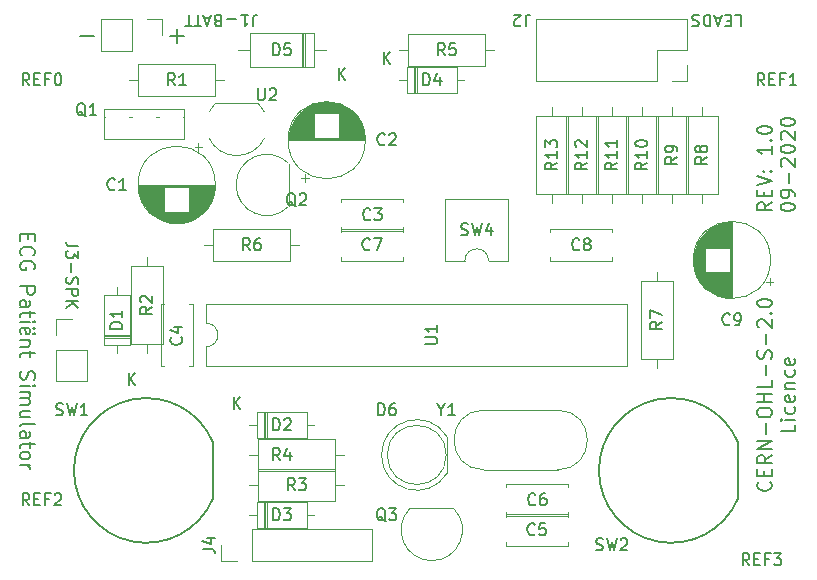
<source format=gbr>
G04 #@! TF.GenerationSoftware,KiCad,Pcbnew,(5.1.0)-1*
G04 #@! TF.CreationDate,2020-12-16T18:10:22+01:00*
G04 #@! TF.ProjectId,ECG Patient simulator,45434720-5061-4746-9965-6e742073696d,1.0*
G04 #@! TF.SameCoordinates,Original*
G04 #@! TF.FileFunction,Legend,Top*
G04 #@! TF.FilePolarity,Positive*
%FSLAX46Y46*%
G04 Gerber Fmt 4.6, Leading zero omitted, Abs format (unit mm)*
G04 Created by KiCad (PCBNEW (5.1.0)-1) date 2020-12-16 18:10:22*
%MOMM*%
%LPD*%
G04 APERTURE LIST*
%ADD10C,0.150000*%
%ADD11C,0.200000*%
%ADD12C,0.120000*%
G04 APERTURE END LIST*
D10*
X173443571Y-116591428D02*
X173500714Y-116648571D01*
X173557857Y-116820000D01*
X173557857Y-116934285D01*
X173500714Y-117105714D01*
X173386428Y-117220000D01*
X173272142Y-117277142D01*
X173043571Y-117334285D01*
X172872142Y-117334285D01*
X172643571Y-117277142D01*
X172529285Y-117220000D01*
X172415000Y-117105714D01*
X172357857Y-116934285D01*
X172357857Y-116820000D01*
X172415000Y-116648571D01*
X172472142Y-116591428D01*
X172929285Y-116077142D02*
X172929285Y-115677142D01*
X173557857Y-115505714D02*
X173557857Y-116077142D01*
X172357857Y-116077142D01*
X172357857Y-115505714D01*
X173557857Y-114305714D02*
X172986428Y-114705714D01*
X173557857Y-114991428D02*
X172357857Y-114991428D01*
X172357857Y-114534285D01*
X172415000Y-114420000D01*
X172472142Y-114362857D01*
X172586428Y-114305714D01*
X172757857Y-114305714D01*
X172872142Y-114362857D01*
X172929285Y-114420000D01*
X172986428Y-114534285D01*
X172986428Y-114991428D01*
X173557857Y-113791428D02*
X172357857Y-113791428D01*
X173557857Y-113105714D01*
X172357857Y-113105714D01*
X173100714Y-112534285D02*
X173100714Y-111620000D01*
X172357857Y-110820000D02*
X172357857Y-110591428D01*
X172415000Y-110477142D01*
X172529285Y-110362857D01*
X172757857Y-110305714D01*
X173157857Y-110305714D01*
X173386428Y-110362857D01*
X173500714Y-110477142D01*
X173557857Y-110591428D01*
X173557857Y-110820000D01*
X173500714Y-110934285D01*
X173386428Y-111048571D01*
X173157857Y-111105714D01*
X172757857Y-111105714D01*
X172529285Y-111048571D01*
X172415000Y-110934285D01*
X172357857Y-110820000D01*
X173557857Y-109791428D02*
X172357857Y-109791428D01*
X172929285Y-109791428D02*
X172929285Y-109105714D01*
X173557857Y-109105714D02*
X172357857Y-109105714D01*
X173557857Y-107962857D02*
X173557857Y-108534285D01*
X172357857Y-108534285D01*
X173100714Y-107562857D02*
X173100714Y-106648571D01*
X173500714Y-106134285D02*
X173557857Y-105962857D01*
X173557857Y-105677142D01*
X173500714Y-105562857D01*
X173443571Y-105505714D01*
X173329285Y-105448571D01*
X173215000Y-105448571D01*
X173100714Y-105505714D01*
X173043571Y-105562857D01*
X172986428Y-105677142D01*
X172929285Y-105905714D01*
X172872142Y-106020000D01*
X172815000Y-106077142D01*
X172700714Y-106134285D01*
X172586428Y-106134285D01*
X172472142Y-106077142D01*
X172415000Y-106020000D01*
X172357857Y-105905714D01*
X172357857Y-105620000D01*
X172415000Y-105448571D01*
X173100714Y-104934285D02*
X173100714Y-104020000D01*
X172472142Y-103505714D02*
X172415000Y-103448571D01*
X172357857Y-103334285D01*
X172357857Y-103048571D01*
X172415000Y-102934285D01*
X172472142Y-102877142D01*
X172586428Y-102820000D01*
X172700714Y-102820000D01*
X172872142Y-102877142D01*
X173557857Y-103562857D01*
X173557857Y-102820000D01*
X173443571Y-102305714D02*
X173500714Y-102248571D01*
X173557857Y-102305714D01*
X173500714Y-102362857D01*
X173443571Y-102305714D01*
X173557857Y-102305714D01*
X172357857Y-101505714D02*
X172357857Y-101391428D01*
X172415000Y-101277142D01*
X172472142Y-101220000D01*
X172586428Y-101162857D01*
X172815000Y-101105714D01*
X173100714Y-101105714D01*
X173329285Y-101162857D01*
X173443571Y-101220000D01*
X173500714Y-101277142D01*
X173557857Y-101391428D01*
X173557857Y-101505714D01*
X173500714Y-101620000D01*
X173443571Y-101677142D01*
X173329285Y-101734285D01*
X173100714Y-101791428D01*
X172815000Y-101791428D01*
X172586428Y-101734285D01*
X172472142Y-101677142D01*
X172415000Y-101620000D01*
X172357857Y-101505714D01*
X175507857Y-111734285D02*
X175507857Y-112305714D01*
X174307857Y-112305714D01*
X175507857Y-111334285D02*
X174707857Y-111334285D01*
X174307857Y-111334285D02*
X174365000Y-111391428D01*
X174422142Y-111334285D01*
X174365000Y-111277142D01*
X174307857Y-111334285D01*
X174422142Y-111334285D01*
X175450714Y-110248571D02*
X175507857Y-110362857D01*
X175507857Y-110591428D01*
X175450714Y-110705714D01*
X175393571Y-110762857D01*
X175279285Y-110820000D01*
X174936428Y-110820000D01*
X174822142Y-110762857D01*
X174765000Y-110705714D01*
X174707857Y-110591428D01*
X174707857Y-110362857D01*
X174765000Y-110248571D01*
X175450714Y-109277142D02*
X175507857Y-109391428D01*
X175507857Y-109620000D01*
X175450714Y-109734285D01*
X175336428Y-109791428D01*
X174879285Y-109791428D01*
X174765000Y-109734285D01*
X174707857Y-109620000D01*
X174707857Y-109391428D01*
X174765000Y-109277142D01*
X174879285Y-109220000D01*
X174993571Y-109220000D01*
X175107857Y-109791428D01*
X174707857Y-108705714D02*
X175507857Y-108705714D01*
X174822142Y-108705714D02*
X174765000Y-108648571D01*
X174707857Y-108534285D01*
X174707857Y-108362857D01*
X174765000Y-108248571D01*
X174879285Y-108191428D01*
X175507857Y-108191428D01*
X175450714Y-107105714D02*
X175507857Y-107220000D01*
X175507857Y-107448571D01*
X175450714Y-107562857D01*
X175393571Y-107620000D01*
X175279285Y-107677142D01*
X174936428Y-107677142D01*
X174822142Y-107620000D01*
X174765000Y-107562857D01*
X174707857Y-107448571D01*
X174707857Y-107220000D01*
X174765000Y-107105714D01*
X175450714Y-106134285D02*
X175507857Y-106248571D01*
X175507857Y-106477142D01*
X175450714Y-106591428D01*
X175336428Y-106648571D01*
X174879285Y-106648571D01*
X174765000Y-106591428D01*
X174707857Y-106477142D01*
X174707857Y-106248571D01*
X174765000Y-106134285D01*
X174879285Y-106077142D01*
X174993571Y-106077142D01*
X175107857Y-106648571D01*
X170457619Y-77017619D02*
X170933809Y-77017619D01*
X170933809Y-78017619D01*
X170124285Y-77541428D02*
X169790952Y-77541428D01*
X169648095Y-77017619D02*
X170124285Y-77017619D01*
X170124285Y-78017619D01*
X169648095Y-78017619D01*
X169267142Y-77303333D02*
X168790952Y-77303333D01*
X169362380Y-77017619D02*
X169029047Y-78017619D01*
X168695714Y-77017619D01*
X168362380Y-77017619D02*
X168362380Y-78017619D01*
X168124285Y-78017619D01*
X167981428Y-77970000D01*
X167886190Y-77874761D01*
X167838571Y-77779523D01*
X167790952Y-77589047D01*
X167790952Y-77446190D01*
X167838571Y-77255714D01*
X167886190Y-77160476D01*
X167981428Y-77065238D01*
X168124285Y-77017619D01*
X168362380Y-77017619D01*
X167410000Y-77065238D02*
X167267142Y-77017619D01*
X167029047Y-77017619D01*
X166933809Y-77065238D01*
X166886190Y-77112857D01*
X166838571Y-77208095D01*
X166838571Y-77303333D01*
X166886190Y-77398571D01*
X166933809Y-77446190D01*
X167029047Y-77493809D01*
X167219523Y-77541428D01*
X167314761Y-77589047D01*
X167362380Y-77636666D01*
X167410000Y-77731904D01*
X167410000Y-77827142D01*
X167362380Y-77922380D01*
X167314761Y-77970000D01*
X167219523Y-78017619D01*
X166981428Y-78017619D01*
X166838571Y-77970000D01*
D11*
X114998571Y-78847142D02*
X116141428Y-78847142D01*
X122618571Y-78847142D02*
X123761428Y-78847142D01*
X123190000Y-79418571D02*
X123190000Y-78275714D01*
D10*
X173557857Y-92911071D02*
X172986428Y-93311071D01*
X173557857Y-93596785D02*
X172357857Y-93596785D01*
X172357857Y-93139642D01*
X172415000Y-93025357D01*
X172472142Y-92968214D01*
X172586428Y-92911071D01*
X172757857Y-92911071D01*
X172872142Y-92968214D01*
X172929285Y-93025357D01*
X172986428Y-93139642D01*
X172986428Y-93596785D01*
X172929285Y-92396785D02*
X172929285Y-91996785D01*
X173557857Y-91825357D02*
X173557857Y-92396785D01*
X172357857Y-92396785D01*
X172357857Y-91825357D01*
X172357857Y-91482500D02*
X173557857Y-91082500D01*
X172357857Y-90682500D01*
X173443571Y-90282500D02*
X173500714Y-90225357D01*
X173557857Y-90282500D01*
X173500714Y-90339642D01*
X173443571Y-90282500D01*
X173557857Y-90282500D01*
X172815000Y-90282500D02*
X172872142Y-90225357D01*
X172929285Y-90282500D01*
X172872142Y-90339642D01*
X172815000Y-90282500D01*
X172929285Y-90282500D01*
X173557857Y-88168214D02*
X173557857Y-88853928D01*
X173557857Y-88511071D02*
X172357857Y-88511071D01*
X172529285Y-88625357D01*
X172643571Y-88739642D01*
X172700714Y-88853928D01*
X173443571Y-87653928D02*
X173500714Y-87596785D01*
X173557857Y-87653928D01*
X173500714Y-87711071D01*
X173443571Y-87653928D01*
X173557857Y-87653928D01*
X172357857Y-86853928D02*
X172357857Y-86739642D01*
X172415000Y-86625357D01*
X172472142Y-86568214D01*
X172586428Y-86511071D01*
X172815000Y-86453928D01*
X173100714Y-86453928D01*
X173329285Y-86511071D01*
X173443571Y-86568214D01*
X173500714Y-86625357D01*
X173557857Y-86739642D01*
X173557857Y-86853928D01*
X173500714Y-86968214D01*
X173443571Y-87025357D01*
X173329285Y-87082500D01*
X173100714Y-87139642D01*
X172815000Y-87139642D01*
X172586428Y-87082500D01*
X172472142Y-87025357D01*
X172415000Y-86968214D01*
X172357857Y-86853928D01*
X174307857Y-93368214D02*
X174307857Y-93253928D01*
X174365000Y-93139642D01*
X174422142Y-93082500D01*
X174536428Y-93025357D01*
X174765000Y-92968214D01*
X175050714Y-92968214D01*
X175279285Y-93025357D01*
X175393571Y-93082500D01*
X175450714Y-93139642D01*
X175507857Y-93253928D01*
X175507857Y-93368214D01*
X175450714Y-93482500D01*
X175393571Y-93539642D01*
X175279285Y-93596785D01*
X175050714Y-93653928D01*
X174765000Y-93653928D01*
X174536428Y-93596785D01*
X174422142Y-93539642D01*
X174365000Y-93482500D01*
X174307857Y-93368214D01*
X175507857Y-92396785D02*
X175507857Y-92168214D01*
X175450714Y-92053928D01*
X175393571Y-91996785D01*
X175222142Y-91882500D01*
X174993571Y-91825357D01*
X174536428Y-91825357D01*
X174422142Y-91882500D01*
X174365000Y-91939642D01*
X174307857Y-92053928D01*
X174307857Y-92282500D01*
X174365000Y-92396785D01*
X174422142Y-92453928D01*
X174536428Y-92511071D01*
X174822142Y-92511071D01*
X174936428Y-92453928D01*
X174993571Y-92396785D01*
X175050714Y-92282500D01*
X175050714Y-92053928D01*
X174993571Y-91939642D01*
X174936428Y-91882500D01*
X174822142Y-91825357D01*
X175050714Y-91311071D02*
X175050714Y-90396785D01*
X174422142Y-89882500D02*
X174365000Y-89825357D01*
X174307857Y-89711071D01*
X174307857Y-89425357D01*
X174365000Y-89311071D01*
X174422142Y-89253928D01*
X174536428Y-89196785D01*
X174650714Y-89196785D01*
X174822142Y-89253928D01*
X175507857Y-89939642D01*
X175507857Y-89196785D01*
X174307857Y-88453928D02*
X174307857Y-88339642D01*
X174365000Y-88225357D01*
X174422142Y-88168214D01*
X174536428Y-88111071D01*
X174765000Y-88053928D01*
X175050714Y-88053928D01*
X175279285Y-88111071D01*
X175393571Y-88168214D01*
X175450714Y-88225357D01*
X175507857Y-88339642D01*
X175507857Y-88453928D01*
X175450714Y-88568214D01*
X175393571Y-88625357D01*
X175279285Y-88682500D01*
X175050714Y-88739642D01*
X174765000Y-88739642D01*
X174536428Y-88682500D01*
X174422142Y-88625357D01*
X174365000Y-88568214D01*
X174307857Y-88453928D01*
X174422142Y-87596785D02*
X174365000Y-87539642D01*
X174307857Y-87425357D01*
X174307857Y-87139642D01*
X174365000Y-87025357D01*
X174422142Y-86968214D01*
X174536428Y-86911071D01*
X174650714Y-86911071D01*
X174822142Y-86968214D01*
X175507857Y-87653928D01*
X175507857Y-86911071D01*
X174307857Y-86168214D02*
X174307857Y-86053928D01*
X174365000Y-85939642D01*
X174422142Y-85882500D01*
X174536428Y-85825357D01*
X174765000Y-85768214D01*
X175050714Y-85768214D01*
X175279285Y-85825357D01*
X175393571Y-85882500D01*
X175450714Y-85939642D01*
X175507857Y-86053928D01*
X175507857Y-86168214D01*
X175450714Y-86282500D01*
X175393571Y-86339642D01*
X175279285Y-86396785D01*
X175050714Y-86453928D01*
X174765000Y-86453928D01*
X174536428Y-86396785D01*
X174422142Y-86339642D01*
X174365000Y-86282500D01*
X174307857Y-86168214D01*
X110575714Y-95633214D02*
X110575714Y-96033214D01*
X109947142Y-96204642D02*
X109947142Y-95633214D01*
X111147142Y-95633214D01*
X111147142Y-96204642D01*
X110061428Y-97404642D02*
X110004285Y-97347500D01*
X109947142Y-97176071D01*
X109947142Y-97061785D01*
X110004285Y-96890357D01*
X110118571Y-96776071D01*
X110232857Y-96718928D01*
X110461428Y-96661785D01*
X110632857Y-96661785D01*
X110861428Y-96718928D01*
X110975714Y-96776071D01*
X111090000Y-96890357D01*
X111147142Y-97061785D01*
X111147142Y-97176071D01*
X111090000Y-97347500D01*
X111032857Y-97404642D01*
X111090000Y-98547500D02*
X111147142Y-98433214D01*
X111147142Y-98261785D01*
X111090000Y-98090357D01*
X110975714Y-97976071D01*
X110861428Y-97918928D01*
X110632857Y-97861785D01*
X110461428Y-97861785D01*
X110232857Y-97918928D01*
X110118571Y-97976071D01*
X110004285Y-98090357D01*
X109947142Y-98261785D01*
X109947142Y-98376071D01*
X110004285Y-98547500D01*
X110061428Y-98604642D01*
X110461428Y-98604642D01*
X110461428Y-98376071D01*
X109947142Y-100033214D02*
X111147142Y-100033214D01*
X111147142Y-100490357D01*
X111090000Y-100604642D01*
X111032857Y-100661785D01*
X110918571Y-100718928D01*
X110747142Y-100718928D01*
X110632857Y-100661785D01*
X110575714Y-100604642D01*
X110518571Y-100490357D01*
X110518571Y-100033214D01*
X109947142Y-101747500D02*
X110575714Y-101747500D01*
X110690000Y-101690357D01*
X110747142Y-101576071D01*
X110747142Y-101347500D01*
X110690000Y-101233214D01*
X110004285Y-101747500D02*
X109947142Y-101633214D01*
X109947142Y-101347500D01*
X110004285Y-101233214D01*
X110118571Y-101176071D01*
X110232857Y-101176071D01*
X110347142Y-101233214D01*
X110404285Y-101347500D01*
X110404285Y-101633214D01*
X110461428Y-101747500D01*
X110747142Y-102147500D02*
X110747142Y-102604642D01*
X111147142Y-102318928D02*
X110118571Y-102318928D01*
X110004285Y-102376071D01*
X109947142Y-102490357D01*
X109947142Y-102604642D01*
X109947142Y-103004642D02*
X110747142Y-103004642D01*
X111147142Y-103004642D02*
X111090000Y-102947500D01*
X111032857Y-103004642D01*
X111090000Y-103061785D01*
X111147142Y-103004642D01*
X111032857Y-103004642D01*
X110004285Y-104033214D02*
X109947142Y-103918928D01*
X109947142Y-103690357D01*
X110004285Y-103576071D01*
X110118571Y-103518928D01*
X110575714Y-103518928D01*
X110690000Y-103576071D01*
X110747142Y-103690357D01*
X110747142Y-103918928D01*
X110690000Y-104033214D01*
X110575714Y-104090357D01*
X110461428Y-104090357D01*
X110347142Y-103518928D01*
X111147142Y-103576071D02*
X111090000Y-103633214D01*
X111032857Y-103576071D01*
X111090000Y-103518928D01*
X111147142Y-103576071D01*
X111032857Y-103576071D01*
X111147142Y-104033214D02*
X111090000Y-104090357D01*
X111032857Y-104033214D01*
X111090000Y-103976071D01*
X111147142Y-104033214D01*
X111032857Y-104033214D01*
X110747142Y-104604642D02*
X109947142Y-104604642D01*
X110632857Y-104604642D02*
X110690000Y-104661785D01*
X110747142Y-104776071D01*
X110747142Y-104947500D01*
X110690000Y-105061785D01*
X110575714Y-105118928D01*
X109947142Y-105118928D01*
X110747142Y-105518928D02*
X110747142Y-105976071D01*
X111147142Y-105690357D02*
X110118571Y-105690357D01*
X110004285Y-105747500D01*
X109947142Y-105861785D01*
X109947142Y-105976071D01*
X110004285Y-107233214D02*
X109947142Y-107404642D01*
X109947142Y-107690357D01*
X110004285Y-107804642D01*
X110061428Y-107861785D01*
X110175714Y-107918928D01*
X110290000Y-107918928D01*
X110404285Y-107861785D01*
X110461428Y-107804642D01*
X110518571Y-107690357D01*
X110575714Y-107461785D01*
X110632857Y-107347500D01*
X110690000Y-107290357D01*
X110804285Y-107233214D01*
X110918571Y-107233214D01*
X111032857Y-107290357D01*
X111090000Y-107347500D01*
X111147142Y-107461785D01*
X111147142Y-107747500D01*
X111090000Y-107918928D01*
X109947142Y-108433214D02*
X110747142Y-108433214D01*
X111147142Y-108433214D02*
X111090000Y-108376071D01*
X111032857Y-108433214D01*
X111090000Y-108490357D01*
X111147142Y-108433214D01*
X111032857Y-108433214D01*
X109947142Y-109004642D02*
X110747142Y-109004642D01*
X110632857Y-109004642D02*
X110690000Y-109061785D01*
X110747142Y-109176071D01*
X110747142Y-109347500D01*
X110690000Y-109461785D01*
X110575714Y-109518928D01*
X109947142Y-109518928D01*
X110575714Y-109518928D02*
X110690000Y-109576071D01*
X110747142Y-109690357D01*
X110747142Y-109861785D01*
X110690000Y-109976071D01*
X110575714Y-110033214D01*
X109947142Y-110033214D01*
X110747142Y-111118928D02*
X109947142Y-111118928D01*
X110747142Y-110604642D02*
X110118571Y-110604642D01*
X110004285Y-110661785D01*
X109947142Y-110776071D01*
X109947142Y-110947500D01*
X110004285Y-111061785D01*
X110061428Y-111118928D01*
X109947142Y-111861785D02*
X110004285Y-111747500D01*
X110118571Y-111690357D01*
X111147142Y-111690357D01*
X109947142Y-112833214D02*
X110575714Y-112833214D01*
X110690000Y-112776071D01*
X110747142Y-112661785D01*
X110747142Y-112433214D01*
X110690000Y-112318928D01*
X110004285Y-112833214D02*
X109947142Y-112718928D01*
X109947142Y-112433214D01*
X110004285Y-112318928D01*
X110118571Y-112261785D01*
X110232857Y-112261785D01*
X110347142Y-112318928D01*
X110404285Y-112433214D01*
X110404285Y-112718928D01*
X110461428Y-112833214D01*
X110747142Y-113233214D02*
X110747142Y-113690357D01*
X111147142Y-113404642D02*
X110118571Y-113404642D01*
X110004285Y-113461785D01*
X109947142Y-113576071D01*
X109947142Y-113690357D01*
X109947142Y-114261785D02*
X110004285Y-114147500D01*
X110061428Y-114090357D01*
X110175714Y-114033214D01*
X110518571Y-114033214D01*
X110632857Y-114090357D01*
X110690000Y-114147500D01*
X110747142Y-114261785D01*
X110747142Y-114433214D01*
X110690000Y-114547500D01*
X110632857Y-114604642D01*
X110518571Y-114661785D01*
X110175714Y-114661785D01*
X110061428Y-114604642D01*
X110004285Y-114547500D01*
X109947142Y-114433214D01*
X109947142Y-114261785D01*
X109947142Y-115176071D02*
X110747142Y-115176071D01*
X110518571Y-115176071D02*
X110632857Y-115233214D01*
X110690000Y-115290357D01*
X110747142Y-115404642D01*
X110747142Y-115518928D01*
D12*
X126460000Y-91420000D02*
G75*
G03X126460000Y-91420000I-3270000J0D01*
G01*
X126420000Y-91420000D02*
X119960000Y-91420000D01*
X126420000Y-91460000D02*
X119960000Y-91460000D01*
X126420000Y-91500000D02*
X119960000Y-91500000D01*
X126418000Y-91540000D02*
X119962000Y-91540000D01*
X126417000Y-91580000D02*
X119963000Y-91580000D01*
X126414000Y-91620000D02*
X119966000Y-91620000D01*
X126412000Y-91660000D02*
X124230000Y-91660000D01*
X122150000Y-91660000D02*
X119968000Y-91660000D01*
X126408000Y-91700000D02*
X124230000Y-91700000D01*
X122150000Y-91700000D02*
X119972000Y-91700000D01*
X126405000Y-91740000D02*
X124230000Y-91740000D01*
X122150000Y-91740000D02*
X119975000Y-91740000D01*
X126401000Y-91780000D02*
X124230000Y-91780000D01*
X122150000Y-91780000D02*
X119979000Y-91780000D01*
X126396000Y-91820000D02*
X124230000Y-91820000D01*
X122150000Y-91820000D02*
X119984000Y-91820000D01*
X126391000Y-91860000D02*
X124230000Y-91860000D01*
X122150000Y-91860000D02*
X119989000Y-91860000D01*
X126385000Y-91900000D02*
X124230000Y-91900000D01*
X122150000Y-91900000D02*
X119995000Y-91900000D01*
X126379000Y-91940000D02*
X124230000Y-91940000D01*
X122150000Y-91940000D02*
X120001000Y-91940000D01*
X126372000Y-91980000D02*
X124230000Y-91980000D01*
X122150000Y-91980000D02*
X120008000Y-91980000D01*
X126365000Y-92020000D02*
X124230000Y-92020000D01*
X122150000Y-92020000D02*
X120015000Y-92020000D01*
X126357000Y-92060000D02*
X124230000Y-92060000D01*
X122150000Y-92060000D02*
X120023000Y-92060000D01*
X126349000Y-92100000D02*
X124230000Y-92100000D01*
X122150000Y-92100000D02*
X120031000Y-92100000D01*
X126340000Y-92141000D02*
X124230000Y-92141000D01*
X122150000Y-92141000D02*
X120040000Y-92141000D01*
X126331000Y-92181000D02*
X124230000Y-92181000D01*
X122150000Y-92181000D02*
X120049000Y-92181000D01*
X126321000Y-92221000D02*
X124230000Y-92221000D01*
X122150000Y-92221000D02*
X120059000Y-92221000D01*
X126311000Y-92261000D02*
X124230000Y-92261000D01*
X122150000Y-92261000D02*
X120069000Y-92261000D01*
X126300000Y-92301000D02*
X124230000Y-92301000D01*
X122150000Y-92301000D02*
X120080000Y-92301000D01*
X126288000Y-92341000D02*
X124230000Y-92341000D01*
X122150000Y-92341000D02*
X120092000Y-92341000D01*
X126276000Y-92381000D02*
X124230000Y-92381000D01*
X122150000Y-92381000D02*
X120104000Y-92381000D01*
X126264000Y-92421000D02*
X124230000Y-92421000D01*
X122150000Y-92421000D02*
X120116000Y-92421000D01*
X126251000Y-92461000D02*
X124230000Y-92461000D01*
X122150000Y-92461000D02*
X120129000Y-92461000D01*
X126237000Y-92501000D02*
X124230000Y-92501000D01*
X122150000Y-92501000D02*
X120143000Y-92501000D01*
X126223000Y-92541000D02*
X124230000Y-92541000D01*
X122150000Y-92541000D02*
X120157000Y-92541000D01*
X126208000Y-92581000D02*
X124230000Y-92581000D01*
X122150000Y-92581000D02*
X120172000Y-92581000D01*
X126192000Y-92621000D02*
X124230000Y-92621000D01*
X122150000Y-92621000D02*
X120188000Y-92621000D01*
X126176000Y-92661000D02*
X124230000Y-92661000D01*
X122150000Y-92661000D02*
X120204000Y-92661000D01*
X126160000Y-92701000D02*
X124230000Y-92701000D01*
X122150000Y-92701000D02*
X120220000Y-92701000D01*
X126142000Y-92741000D02*
X124230000Y-92741000D01*
X122150000Y-92741000D02*
X120238000Y-92741000D01*
X126124000Y-92781000D02*
X124230000Y-92781000D01*
X122150000Y-92781000D02*
X120256000Y-92781000D01*
X126106000Y-92821000D02*
X124230000Y-92821000D01*
X122150000Y-92821000D02*
X120274000Y-92821000D01*
X126086000Y-92861000D02*
X124230000Y-92861000D01*
X122150000Y-92861000D02*
X120294000Y-92861000D01*
X126066000Y-92901000D02*
X124230000Y-92901000D01*
X122150000Y-92901000D02*
X120314000Y-92901000D01*
X126046000Y-92941000D02*
X124230000Y-92941000D01*
X122150000Y-92941000D02*
X120334000Y-92941000D01*
X126024000Y-92981000D02*
X124230000Y-92981000D01*
X122150000Y-92981000D02*
X120356000Y-92981000D01*
X126002000Y-93021000D02*
X124230000Y-93021000D01*
X122150000Y-93021000D02*
X120378000Y-93021000D01*
X125980000Y-93061000D02*
X124230000Y-93061000D01*
X122150000Y-93061000D02*
X120400000Y-93061000D01*
X125956000Y-93101000D02*
X124230000Y-93101000D01*
X122150000Y-93101000D02*
X120424000Y-93101000D01*
X125932000Y-93141000D02*
X124230000Y-93141000D01*
X122150000Y-93141000D02*
X120448000Y-93141000D01*
X125906000Y-93181000D02*
X124230000Y-93181000D01*
X122150000Y-93181000D02*
X120474000Y-93181000D01*
X125880000Y-93221000D02*
X124230000Y-93221000D01*
X122150000Y-93221000D02*
X120500000Y-93221000D01*
X125854000Y-93261000D02*
X124230000Y-93261000D01*
X122150000Y-93261000D02*
X120526000Y-93261000D01*
X125826000Y-93301000D02*
X124230000Y-93301000D01*
X122150000Y-93301000D02*
X120554000Y-93301000D01*
X125797000Y-93341000D02*
X124230000Y-93341000D01*
X122150000Y-93341000D02*
X120583000Y-93341000D01*
X125768000Y-93381000D02*
X124230000Y-93381000D01*
X122150000Y-93381000D02*
X120612000Y-93381000D01*
X125738000Y-93421000D02*
X124230000Y-93421000D01*
X122150000Y-93421000D02*
X120642000Y-93421000D01*
X125706000Y-93461000D02*
X124230000Y-93461000D01*
X122150000Y-93461000D02*
X120674000Y-93461000D01*
X125674000Y-93501000D02*
X124230000Y-93501000D01*
X122150000Y-93501000D02*
X120706000Y-93501000D01*
X125640000Y-93541000D02*
X124230000Y-93541000D01*
X122150000Y-93541000D02*
X120740000Y-93541000D01*
X125606000Y-93581000D02*
X124230000Y-93581000D01*
X122150000Y-93581000D02*
X120774000Y-93581000D01*
X125570000Y-93621000D02*
X124230000Y-93621000D01*
X122150000Y-93621000D02*
X120810000Y-93621000D01*
X125533000Y-93661000D02*
X124230000Y-93661000D01*
X122150000Y-93661000D02*
X120847000Y-93661000D01*
X125495000Y-93701000D02*
X124230000Y-93701000D01*
X122150000Y-93701000D02*
X120885000Y-93701000D01*
X125455000Y-93741000D02*
X120925000Y-93741000D01*
X125414000Y-93781000D02*
X120966000Y-93781000D01*
X125372000Y-93821000D02*
X121008000Y-93821000D01*
X125327000Y-93861000D02*
X121053000Y-93861000D01*
X125282000Y-93901000D02*
X121098000Y-93901000D01*
X125234000Y-93941000D02*
X121146000Y-93941000D01*
X125185000Y-93981000D02*
X121195000Y-93981000D01*
X125134000Y-94021000D02*
X121246000Y-94021000D01*
X125080000Y-94061000D02*
X121300000Y-94061000D01*
X125024000Y-94101000D02*
X121356000Y-94101000D01*
X124966000Y-94141000D02*
X121414000Y-94141000D01*
X124904000Y-94181000D02*
X121476000Y-94181000D01*
X124840000Y-94221000D02*
X121540000Y-94221000D01*
X124771000Y-94261000D02*
X121609000Y-94261000D01*
X124699000Y-94301000D02*
X121681000Y-94301000D01*
X124622000Y-94341000D02*
X121758000Y-94341000D01*
X124540000Y-94381000D02*
X121840000Y-94381000D01*
X124452000Y-94421000D02*
X121928000Y-94421000D01*
X124355000Y-94461000D02*
X122025000Y-94461000D01*
X124249000Y-94501000D02*
X122131000Y-94501000D01*
X124130000Y-94541000D02*
X122250000Y-94541000D01*
X123992000Y-94581000D02*
X122388000Y-94581000D01*
X123823000Y-94621000D02*
X122557000Y-94621000D01*
X123592000Y-94661000D02*
X122788000Y-94661000D01*
X125029000Y-87919759D02*
X125029000Y-88549759D01*
X125344000Y-88234759D02*
X124714000Y-88234759D01*
X133736000Y-90835241D02*
X134366000Y-90835241D01*
X134051000Y-91150241D02*
X134051000Y-90520241D01*
X135488000Y-84409000D02*
X136292000Y-84409000D01*
X135257000Y-84449000D02*
X136523000Y-84449000D01*
X135088000Y-84489000D02*
X136692000Y-84489000D01*
X134950000Y-84529000D02*
X136830000Y-84529000D01*
X134831000Y-84569000D02*
X136949000Y-84569000D01*
X134725000Y-84609000D02*
X137055000Y-84609000D01*
X134628000Y-84649000D02*
X137152000Y-84649000D01*
X134540000Y-84689000D02*
X137240000Y-84689000D01*
X134458000Y-84729000D02*
X137322000Y-84729000D01*
X134381000Y-84769000D02*
X137399000Y-84769000D01*
X134309000Y-84809000D02*
X137471000Y-84809000D01*
X134240000Y-84849000D02*
X137540000Y-84849000D01*
X134176000Y-84889000D02*
X137604000Y-84889000D01*
X134114000Y-84929000D02*
X137666000Y-84929000D01*
X134056000Y-84969000D02*
X137724000Y-84969000D01*
X134000000Y-85009000D02*
X137780000Y-85009000D01*
X133946000Y-85049000D02*
X137834000Y-85049000D01*
X133895000Y-85089000D02*
X137885000Y-85089000D01*
X133846000Y-85129000D02*
X137934000Y-85129000D01*
X133798000Y-85169000D02*
X137982000Y-85169000D01*
X133753000Y-85209000D02*
X138027000Y-85209000D01*
X133708000Y-85249000D02*
X138072000Y-85249000D01*
X133666000Y-85289000D02*
X138114000Y-85289000D01*
X133625000Y-85329000D02*
X138155000Y-85329000D01*
X136930000Y-85369000D02*
X138195000Y-85369000D01*
X133585000Y-85369000D02*
X134850000Y-85369000D01*
X136930000Y-85409000D02*
X138233000Y-85409000D01*
X133547000Y-85409000D02*
X134850000Y-85409000D01*
X136930000Y-85449000D02*
X138270000Y-85449000D01*
X133510000Y-85449000D02*
X134850000Y-85449000D01*
X136930000Y-85489000D02*
X138306000Y-85489000D01*
X133474000Y-85489000D02*
X134850000Y-85489000D01*
X136930000Y-85529000D02*
X138340000Y-85529000D01*
X133440000Y-85529000D02*
X134850000Y-85529000D01*
X136930000Y-85569000D02*
X138374000Y-85569000D01*
X133406000Y-85569000D02*
X134850000Y-85569000D01*
X136930000Y-85609000D02*
X138406000Y-85609000D01*
X133374000Y-85609000D02*
X134850000Y-85609000D01*
X136930000Y-85649000D02*
X138438000Y-85649000D01*
X133342000Y-85649000D02*
X134850000Y-85649000D01*
X136930000Y-85689000D02*
X138468000Y-85689000D01*
X133312000Y-85689000D02*
X134850000Y-85689000D01*
X136930000Y-85729000D02*
X138497000Y-85729000D01*
X133283000Y-85729000D02*
X134850000Y-85729000D01*
X136930000Y-85769000D02*
X138526000Y-85769000D01*
X133254000Y-85769000D02*
X134850000Y-85769000D01*
X136930000Y-85809000D02*
X138554000Y-85809000D01*
X133226000Y-85809000D02*
X134850000Y-85809000D01*
X136930000Y-85849000D02*
X138580000Y-85849000D01*
X133200000Y-85849000D02*
X134850000Y-85849000D01*
X136930000Y-85889000D02*
X138606000Y-85889000D01*
X133174000Y-85889000D02*
X134850000Y-85889000D01*
X136930000Y-85929000D02*
X138632000Y-85929000D01*
X133148000Y-85929000D02*
X134850000Y-85929000D01*
X136930000Y-85969000D02*
X138656000Y-85969000D01*
X133124000Y-85969000D02*
X134850000Y-85969000D01*
X136930000Y-86009000D02*
X138680000Y-86009000D01*
X133100000Y-86009000D02*
X134850000Y-86009000D01*
X136930000Y-86049000D02*
X138702000Y-86049000D01*
X133078000Y-86049000D02*
X134850000Y-86049000D01*
X136930000Y-86089000D02*
X138724000Y-86089000D01*
X133056000Y-86089000D02*
X134850000Y-86089000D01*
X136930000Y-86129000D02*
X138746000Y-86129000D01*
X133034000Y-86129000D02*
X134850000Y-86129000D01*
X136930000Y-86169000D02*
X138766000Y-86169000D01*
X133014000Y-86169000D02*
X134850000Y-86169000D01*
X136930000Y-86209000D02*
X138786000Y-86209000D01*
X132994000Y-86209000D02*
X134850000Y-86209000D01*
X136930000Y-86249000D02*
X138806000Y-86249000D01*
X132974000Y-86249000D02*
X134850000Y-86249000D01*
X136930000Y-86289000D02*
X138824000Y-86289000D01*
X132956000Y-86289000D02*
X134850000Y-86289000D01*
X136930000Y-86329000D02*
X138842000Y-86329000D01*
X132938000Y-86329000D02*
X134850000Y-86329000D01*
X136930000Y-86369000D02*
X138860000Y-86369000D01*
X132920000Y-86369000D02*
X134850000Y-86369000D01*
X136930000Y-86409000D02*
X138876000Y-86409000D01*
X132904000Y-86409000D02*
X134850000Y-86409000D01*
X136930000Y-86449000D02*
X138892000Y-86449000D01*
X132888000Y-86449000D02*
X134850000Y-86449000D01*
X136930000Y-86489000D02*
X138908000Y-86489000D01*
X132872000Y-86489000D02*
X134850000Y-86489000D01*
X136930000Y-86529000D02*
X138923000Y-86529000D01*
X132857000Y-86529000D02*
X134850000Y-86529000D01*
X136930000Y-86569000D02*
X138937000Y-86569000D01*
X132843000Y-86569000D02*
X134850000Y-86569000D01*
X136930000Y-86609000D02*
X138951000Y-86609000D01*
X132829000Y-86609000D02*
X134850000Y-86609000D01*
X136930000Y-86649000D02*
X138964000Y-86649000D01*
X132816000Y-86649000D02*
X134850000Y-86649000D01*
X136930000Y-86689000D02*
X138976000Y-86689000D01*
X132804000Y-86689000D02*
X134850000Y-86689000D01*
X136930000Y-86729000D02*
X138988000Y-86729000D01*
X132792000Y-86729000D02*
X134850000Y-86729000D01*
X136930000Y-86769000D02*
X139000000Y-86769000D01*
X132780000Y-86769000D02*
X134850000Y-86769000D01*
X136930000Y-86809000D02*
X139011000Y-86809000D01*
X132769000Y-86809000D02*
X134850000Y-86809000D01*
X136930000Y-86849000D02*
X139021000Y-86849000D01*
X132759000Y-86849000D02*
X134850000Y-86849000D01*
X136930000Y-86889000D02*
X139031000Y-86889000D01*
X132749000Y-86889000D02*
X134850000Y-86889000D01*
X136930000Y-86929000D02*
X139040000Y-86929000D01*
X132740000Y-86929000D02*
X134850000Y-86929000D01*
X136930000Y-86970000D02*
X139049000Y-86970000D01*
X132731000Y-86970000D02*
X134850000Y-86970000D01*
X136930000Y-87010000D02*
X139057000Y-87010000D01*
X132723000Y-87010000D02*
X134850000Y-87010000D01*
X136930000Y-87050000D02*
X139065000Y-87050000D01*
X132715000Y-87050000D02*
X134850000Y-87050000D01*
X136930000Y-87090000D02*
X139072000Y-87090000D01*
X132708000Y-87090000D02*
X134850000Y-87090000D01*
X136930000Y-87130000D02*
X139079000Y-87130000D01*
X132701000Y-87130000D02*
X134850000Y-87130000D01*
X136930000Y-87170000D02*
X139085000Y-87170000D01*
X132695000Y-87170000D02*
X134850000Y-87170000D01*
X136930000Y-87210000D02*
X139091000Y-87210000D01*
X132689000Y-87210000D02*
X134850000Y-87210000D01*
X136930000Y-87250000D02*
X139096000Y-87250000D01*
X132684000Y-87250000D02*
X134850000Y-87250000D01*
X136930000Y-87290000D02*
X139101000Y-87290000D01*
X132679000Y-87290000D02*
X134850000Y-87290000D01*
X136930000Y-87330000D02*
X139105000Y-87330000D01*
X132675000Y-87330000D02*
X134850000Y-87330000D01*
X136930000Y-87370000D02*
X139108000Y-87370000D01*
X132672000Y-87370000D02*
X134850000Y-87370000D01*
X136930000Y-87410000D02*
X139112000Y-87410000D01*
X132668000Y-87410000D02*
X134850000Y-87410000D01*
X132666000Y-87450000D02*
X139114000Y-87450000D01*
X132663000Y-87490000D02*
X139117000Y-87490000D01*
X132662000Y-87530000D02*
X139118000Y-87530000D01*
X132660000Y-87570000D02*
X139120000Y-87570000D01*
X132660000Y-87610000D02*
X139120000Y-87610000D01*
X132660000Y-87650000D02*
X139120000Y-87650000D01*
X139160000Y-87650000D02*
G75*
G03X139160000Y-87650000I-3270000J0D01*
G01*
X137120000Y-92925000D02*
X137120000Y-92610000D01*
X137120000Y-95350000D02*
X137120000Y-95035000D01*
X142360000Y-92925000D02*
X142360000Y-92610000D01*
X142360000Y-95350000D02*
X142360000Y-95035000D01*
X142360000Y-92610000D02*
X137120000Y-92610000D01*
X142360000Y-95350000D02*
X137120000Y-95350000D01*
X124245000Y-101560000D02*
X124560000Y-101560000D01*
X121820000Y-101560000D02*
X122135000Y-101560000D01*
X124245000Y-106800000D02*
X124560000Y-106800000D01*
X121820000Y-106800000D02*
X122135000Y-106800000D01*
X124560000Y-106800000D02*
X124560000Y-101560000D01*
X121820000Y-106800000D02*
X121820000Y-101560000D01*
X156330000Y-122020000D02*
X151090000Y-122020000D01*
X156330000Y-119280000D02*
X151090000Y-119280000D01*
X156330000Y-122020000D02*
X156330000Y-121705000D01*
X156330000Y-119595000D02*
X156330000Y-119280000D01*
X151090000Y-122020000D02*
X151090000Y-121705000D01*
X151090000Y-119595000D02*
X151090000Y-119280000D01*
X151090000Y-117055000D02*
X151090000Y-116740000D01*
X151090000Y-119480000D02*
X151090000Y-119165000D01*
X156330000Y-117055000D02*
X156330000Y-116740000D01*
X156330000Y-119480000D02*
X156330000Y-119165000D01*
X156330000Y-116740000D02*
X151090000Y-116740000D01*
X156330000Y-119480000D02*
X151090000Y-119480000D01*
X142360000Y-97890000D02*
X137120000Y-97890000D01*
X142360000Y-95150000D02*
X137120000Y-95150000D01*
X142360000Y-97890000D02*
X142360000Y-97575000D01*
X142360000Y-95465000D02*
X142360000Y-95150000D01*
X137120000Y-97890000D02*
X137120000Y-97575000D01*
X137120000Y-95465000D02*
X137120000Y-95150000D01*
X154820000Y-95150000D02*
X160060000Y-95150000D01*
X154820000Y-97890000D02*
X160060000Y-97890000D01*
X154820000Y-95150000D02*
X154820000Y-95465000D01*
X154820000Y-97575000D02*
X154820000Y-97890000D01*
X160060000Y-95150000D02*
X160060000Y-95465000D01*
X160060000Y-97575000D02*
X160060000Y-97890000D01*
X173470000Y-97790000D02*
G75*
G03X173470000Y-97790000I-3270000J0D01*
G01*
X170200000Y-101020000D02*
X170200000Y-94560000D01*
X170160000Y-101020000D02*
X170160000Y-94560000D01*
X170120000Y-101020000D02*
X170120000Y-94560000D01*
X170080000Y-101018000D02*
X170080000Y-94562000D01*
X170040000Y-101017000D02*
X170040000Y-94563000D01*
X170000000Y-101014000D02*
X170000000Y-94566000D01*
X169960000Y-101012000D02*
X169960000Y-98830000D01*
X169960000Y-96750000D02*
X169960000Y-94568000D01*
X169920000Y-101008000D02*
X169920000Y-98830000D01*
X169920000Y-96750000D02*
X169920000Y-94572000D01*
X169880000Y-101005000D02*
X169880000Y-98830000D01*
X169880000Y-96750000D02*
X169880000Y-94575000D01*
X169840000Y-101001000D02*
X169840000Y-98830000D01*
X169840000Y-96750000D02*
X169840000Y-94579000D01*
X169800000Y-100996000D02*
X169800000Y-98830000D01*
X169800000Y-96750000D02*
X169800000Y-94584000D01*
X169760000Y-100991000D02*
X169760000Y-98830000D01*
X169760000Y-96750000D02*
X169760000Y-94589000D01*
X169720000Y-100985000D02*
X169720000Y-98830000D01*
X169720000Y-96750000D02*
X169720000Y-94595000D01*
X169680000Y-100979000D02*
X169680000Y-98830000D01*
X169680000Y-96750000D02*
X169680000Y-94601000D01*
X169640000Y-100972000D02*
X169640000Y-98830000D01*
X169640000Y-96750000D02*
X169640000Y-94608000D01*
X169600000Y-100965000D02*
X169600000Y-98830000D01*
X169600000Y-96750000D02*
X169600000Y-94615000D01*
X169560000Y-100957000D02*
X169560000Y-98830000D01*
X169560000Y-96750000D02*
X169560000Y-94623000D01*
X169520000Y-100949000D02*
X169520000Y-98830000D01*
X169520000Y-96750000D02*
X169520000Y-94631000D01*
X169479000Y-100940000D02*
X169479000Y-98830000D01*
X169479000Y-96750000D02*
X169479000Y-94640000D01*
X169439000Y-100931000D02*
X169439000Y-98830000D01*
X169439000Y-96750000D02*
X169439000Y-94649000D01*
X169399000Y-100921000D02*
X169399000Y-98830000D01*
X169399000Y-96750000D02*
X169399000Y-94659000D01*
X169359000Y-100911000D02*
X169359000Y-98830000D01*
X169359000Y-96750000D02*
X169359000Y-94669000D01*
X169319000Y-100900000D02*
X169319000Y-98830000D01*
X169319000Y-96750000D02*
X169319000Y-94680000D01*
X169279000Y-100888000D02*
X169279000Y-98830000D01*
X169279000Y-96750000D02*
X169279000Y-94692000D01*
X169239000Y-100876000D02*
X169239000Y-98830000D01*
X169239000Y-96750000D02*
X169239000Y-94704000D01*
X169199000Y-100864000D02*
X169199000Y-98830000D01*
X169199000Y-96750000D02*
X169199000Y-94716000D01*
X169159000Y-100851000D02*
X169159000Y-98830000D01*
X169159000Y-96750000D02*
X169159000Y-94729000D01*
X169119000Y-100837000D02*
X169119000Y-98830000D01*
X169119000Y-96750000D02*
X169119000Y-94743000D01*
X169079000Y-100823000D02*
X169079000Y-98830000D01*
X169079000Y-96750000D02*
X169079000Y-94757000D01*
X169039000Y-100808000D02*
X169039000Y-98830000D01*
X169039000Y-96750000D02*
X169039000Y-94772000D01*
X168999000Y-100792000D02*
X168999000Y-98830000D01*
X168999000Y-96750000D02*
X168999000Y-94788000D01*
X168959000Y-100776000D02*
X168959000Y-98830000D01*
X168959000Y-96750000D02*
X168959000Y-94804000D01*
X168919000Y-100760000D02*
X168919000Y-98830000D01*
X168919000Y-96750000D02*
X168919000Y-94820000D01*
X168879000Y-100742000D02*
X168879000Y-98830000D01*
X168879000Y-96750000D02*
X168879000Y-94838000D01*
X168839000Y-100724000D02*
X168839000Y-98830000D01*
X168839000Y-96750000D02*
X168839000Y-94856000D01*
X168799000Y-100706000D02*
X168799000Y-98830000D01*
X168799000Y-96750000D02*
X168799000Y-94874000D01*
X168759000Y-100686000D02*
X168759000Y-98830000D01*
X168759000Y-96750000D02*
X168759000Y-94894000D01*
X168719000Y-100666000D02*
X168719000Y-98830000D01*
X168719000Y-96750000D02*
X168719000Y-94914000D01*
X168679000Y-100646000D02*
X168679000Y-98830000D01*
X168679000Y-96750000D02*
X168679000Y-94934000D01*
X168639000Y-100624000D02*
X168639000Y-98830000D01*
X168639000Y-96750000D02*
X168639000Y-94956000D01*
X168599000Y-100602000D02*
X168599000Y-98830000D01*
X168599000Y-96750000D02*
X168599000Y-94978000D01*
X168559000Y-100580000D02*
X168559000Y-98830000D01*
X168559000Y-96750000D02*
X168559000Y-95000000D01*
X168519000Y-100556000D02*
X168519000Y-98830000D01*
X168519000Y-96750000D02*
X168519000Y-95024000D01*
X168479000Y-100532000D02*
X168479000Y-98830000D01*
X168479000Y-96750000D02*
X168479000Y-95048000D01*
X168439000Y-100506000D02*
X168439000Y-98830000D01*
X168439000Y-96750000D02*
X168439000Y-95074000D01*
X168399000Y-100480000D02*
X168399000Y-98830000D01*
X168399000Y-96750000D02*
X168399000Y-95100000D01*
X168359000Y-100454000D02*
X168359000Y-98830000D01*
X168359000Y-96750000D02*
X168359000Y-95126000D01*
X168319000Y-100426000D02*
X168319000Y-98830000D01*
X168319000Y-96750000D02*
X168319000Y-95154000D01*
X168279000Y-100397000D02*
X168279000Y-98830000D01*
X168279000Y-96750000D02*
X168279000Y-95183000D01*
X168239000Y-100368000D02*
X168239000Y-98830000D01*
X168239000Y-96750000D02*
X168239000Y-95212000D01*
X168199000Y-100338000D02*
X168199000Y-98830000D01*
X168199000Y-96750000D02*
X168199000Y-95242000D01*
X168159000Y-100306000D02*
X168159000Y-98830000D01*
X168159000Y-96750000D02*
X168159000Y-95274000D01*
X168119000Y-100274000D02*
X168119000Y-98830000D01*
X168119000Y-96750000D02*
X168119000Y-95306000D01*
X168079000Y-100240000D02*
X168079000Y-98830000D01*
X168079000Y-96750000D02*
X168079000Y-95340000D01*
X168039000Y-100206000D02*
X168039000Y-98830000D01*
X168039000Y-96750000D02*
X168039000Y-95374000D01*
X167999000Y-100170000D02*
X167999000Y-98830000D01*
X167999000Y-96750000D02*
X167999000Y-95410000D01*
X167959000Y-100133000D02*
X167959000Y-98830000D01*
X167959000Y-96750000D02*
X167959000Y-95447000D01*
X167919000Y-100095000D02*
X167919000Y-98830000D01*
X167919000Y-96750000D02*
X167919000Y-95485000D01*
X167879000Y-100055000D02*
X167879000Y-95525000D01*
X167839000Y-100014000D02*
X167839000Y-95566000D01*
X167799000Y-99972000D02*
X167799000Y-95608000D01*
X167759000Y-99927000D02*
X167759000Y-95653000D01*
X167719000Y-99882000D02*
X167719000Y-95698000D01*
X167679000Y-99834000D02*
X167679000Y-95746000D01*
X167639000Y-99785000D02*
X167639000Y-95795000D01*
X167599000Y-99734000D02*
X167599000Y-95846000D01*
X167559000Y-99680000D02*
X167559000Y-95900000D01*
X167519000Y-99624000D02*
X167519000Y-95956000D01*
X167479000Y-99566000D02*
X167479000Y-96014000D01*
X167439000Y-99504000D02*
X167439000Y-96076000D01*
X167399000Y-99440000D02*
X167399000Y-96140000D01*
X167359000Y-99371000D02*
X167359000Y-96209000D01*
X167319000Y-99299000D02*
X167319000Y-96281000D01*
X167279000Y-99222000D02*
X167279000Y-96358000D01*
X167239000Y-99140000D02*
X167239000Y-96440000D01*
X167199000Y-99052000D02*
X167199000Y-96528000D01*
X167159000Y-98955000D02*
X167159000Y-96625000D01*
X167119000Y-98849000D02*
X167119000Y-96731000D01*
X167079000Y-98730000D02*
X167079000Y-96850000D01*
X167039000Y-98592000D02*
X167039000Y-96988000D01*
X166999000Y-98423000D02*
X166999000Y-97157000D01*
X166959000Y-98192000D02*
X166959000Y-97388000D01*
X173700241Y-99629000D02*
X173070241Y-99629000D01*
X173385241Y-99944000D02*
X173385241Y-99314000D01*
X116990000Y-104390000D02*
X119230000Y-104390000D01*
X116990000Y-104150000D02*
X119230000Y-104150000D01*
X116990000Y-104270000D02*
X119230000Y-104270000D01*
X118110000Y-100100000D02*
X118110000Y-100750000D01*
X118110000Y-105640000D02*
X118110000Y-104990000D01*
X116990000Y-100750000D02*
X116990000Y-104990000D01*
X119230000Y-100750000D02*
X116990000Y-100750000D01*
X119230000Y-104990000D02*
X119230000Y-100750000D01*
X116990000Y-104990000D02*
X119230000Y-104990000D01*
X129960000Y-110640000D02*
X129960000Y-112880000D01*
X129960000Y-112880000D02*
X134200000Y-112880000D01*
X134200000Y-112880000D02*
X134200000Y-110640000D01*
X134200000Y-110640000D02*
X129960000Y-110640000D01*
X129310000Y-111760000D02*
X129960000Y-111760000D01*
X134850000Y-111760000D02*
X134200000Y-111760000D01*
X130680000Y-110640000D02*
X130680000Y-112880000D01*
X130800000Y-110640000D02*
X130800000Y-112880000D01*
X130560000Y-110640000D02*
X130560000Y-112880000D01*
X130560000Y-118260000D02*
X130560000Y-120500000D01*
X130800000Y-118260000D02*
X130800000Y-120500000D01*
X130680000Y-118260000D02*
X130680000Y-120500000D01*
X134850000Y-119380000D02*
X134200000Y-119380000D01*
X129310000Y-119380000D02*
X129960000Y-119380000D01*
X134200000Y-118260000D02*
X129960000Y-118260000D01*
X134200000Y-120500000D02*
X134200000Y-118260000D01*
X129960000Y-120500000D02*
X134200000Y-120500000D01*
X129960000Y-118260000D02*
X129960000Y-120500000D01*
X142660000Y-81430000D02*
X142660000Y-83670000D01*
X142660000Y-83670000D02*
X146900000Y-83670000D01*
X146900000Y-83670000D02*
X146900000Y-81430000D01*
X146900000Y-81430000D02*
X142660000Y-81430000D01*
X142010000Y-82550000D02*
X142660000Y-82550000D01*
X147550000Y-82550000D02*
X146900000Y-82550000D01*
X143380000Y-81430000D02*
X143380000Y-83670000D01*
X143500000Y-81430000D02*
X143500000Y-83670000D01*
X143260000Y-81430000D02*
X143260000Y-83670000D01*
X134800000Y-81480000D02*
X134800000Y-78540000D01*
X134800000Y-78540000D02*
X129360000Y-78540000D01*
X129360000Y-78540000D02*
X129360000Y-81480000D01*
X129360000Y-81480000D02*
X134800000Y-81480000D01*
X135820000Y-80010000D02*
X134800000Y-80010000D01*
X128340000Y-80010000D02*
X129360000Y-80010000D01*
X133900000Y-81480000D02*
X133900000Y-78540000D01*
X133780000Y-81480000D02*
X133780000Y-78540000D01*
X134020000Y-81480000D02*
X134020000Y-78540000D01*
X140520000Y-114299538D02*
G75*
G03X146070000Y-115844830I2990000J-462D01*
G01*
X140520000Y-114300462D02*
G75*
G02X146070000Y-112755170I2990000J462D01*
G01*
X146010000Y-114300000D02*
G75*
G03X146010000Y-114300000I-2500000J0D01*
G01*
X146070000Y-115845000D02*
X146070000Y-112755000D01*
X116780000Y-77410000D02*
X116780000Y-80070000D01*
X119380000Y-77410000D02*
X116780000Y-77410000D01*
X119380000Y-80070000D02*
X116780000Y-80070000D01*
X119380000Y-77410000D02*
X119380000Y-80070000D01*
X120650000Y-77410000D02*
X121980000Y-77410000D01*
X121980000Y-77410000D02*
X121980000Y-78740000D01*
X166430000Y-77410000D02*
X166430000Y-80010000D01*
X166430000Y-77410000D02*
X153610000Y-77410000D01*
X153610000Y-77410000D02*
X153610000Y-82610000D01*
X163830000Y-82610000D02*
X153610000Y-82610000D01*
X163830000Y-80010000D02*
X163830000Y-82610000D01*
X166430000Y-80010000D02*
X163830000Y-80010000D01*
X166430000Y-82610000D02*
X165100000Y-82610000D01*
X166430000Y-81280000D02*
X166430000Y-82610000D01*
X112970000Y-102810000D02*
X114300000Y-102810000D01*
X112970000Y-104140000D02*
X112970000Y-102810000D01*
X112970000Y-105410000D02*
X115630000Y-105410000D01*
X115630000Y-105410000D02*
X115630000Y-108010000D01*
X112970000Y-105410000D02*
X112970000Y-108010000D01*
X112970000Y-108010000D02*
X115630000Y-108010000D01*
X139760000Y-123250000D02*
X139760000Y-120590000D01*
X129540000Y-123250000D02*
X139760000Y-123250000D01*
X129540000Y-120590000D02*
X139760000Y-120590000D01*
X129540000Y-123250000D02*
X129540000Y-120590000D01*
X128270000Y-123250000D02*
X126940000Y-123250000D01*
X126940000Y-123250000D02*
X126940000Y-121920000D01*
X116990000Y-84970000D02*
X123810000Y-84970000D01*
X116990000Y-87510000D02*
X123810000Y-87510000D01*
X116990000Y-84970000D02*
X116990000Y-87510000D01*
X123810000Y-84970000D02*
X123810000Y-87510000D01*
X116990000Y-85709000D02*
X117101000Y-85709000D01*
X119119000Y-85709000D02*
X119392000Y-85709000D01*
X121409000Y-85709000D02*
X121682000Y-85709000D01*
X123699000Y-85709000D02*
X123810000Y-85709000D01*
X132648478Y-89601522D02*
G75*
G03X128210000Y-91440000I-1838478J-1838478D01*
G01*
X132648478Y-93278478D02*
G75*
G02X128210000Y-91440000I-1838478J1838478D01*
G01*
X132660000Y-93240000D02*
X132660000Y-89640000D01*
X146580000Y-118800000D02*
X142980000Y-118800000D01*
X146618478Y-118811522D02*
G75*
G02X144780000Y-123250000I-1838478J-1838478D01*
G01*
X142941522Y-118811522D02*
G75*
G03X144780000Y-123250000I1838478J-1838478D01*
G01*
X127230000Y-82550000D02*
X126460000Y-82550000D01*
X119150000Y-82550000D02*
X119920000Y-82550000D01*
X126460000Y-81180000D02*
X119920000Y-81180000D01*
X126460000Y-83920000D02*
X126460000Y-81180000D01*
X119920000Y-83920000D02*
X126460000Y-83920000D01*
X119920000Y-81180000D02*
X119920000Y-83920000D01*
X122020000Y-98330000D02*
X119280000Y-98330000D01*
X119280000Y-98330000D02*
X119280000Y-104870000D01*
X119280000Y-104870000D02*
X122020000Y-104870000D01*
X122020000Y-104870000D02*
X122020000Y-98330000D01*
X120650000Y-97560000D02*
X120650000Y-98330000D01*
X120650000Y-105640000D02*
X120650000Y-104870000D01*
X137390000Y-116840000D02*
X136620000Y-116840000D01*
X129310000Y-116840000D02*
X130080000Y-116840000D01*
X136620000Y-115470000D02*
X130080000Y-115470000D01*
X136620000Y-118210000D02*
X136620000Y-115470000D01*
X130080000Y-118210000D02*
X136620000Y-118210000D01*
X130080000Y-115470000D02*
X130080000Y-118210000D01*
X136620000Y-115670000D02*
X136620000Y-112930000D01*
X136620000Y-112930000D02*
X130080000Y-112930000D01*
X130080000Y-112930000D02*
X130080000Y-115670000D01*
X130080000Y-115670000D02*
X136620000Y-115670000D01*
X137390000Y-114300000D02*
X136620000Y-114300000D01*
X129310000Y-114300000D02*
X130080000Y-114300000D01*
X150090000Y-80010000D02*
X149320000Y-80010000D01*
X142010000Y-80010000D02*
X142780000Y-80010000D01*
X149320000Y-78640000D02*
X142780000Y-78640000D01*
X149320000Y-81380000D02*
X149320000Y-78640000D01*
X142780000Y-81380000D02*
X149320000Y-81380000D01*
X142780000Y-78640000D02*
X142780000Y-81380000D01*
X132810000Y-97890000D02*
X132810000Y-95150000D01*
X132810000Y-95150000D02*
X126270000Y-95150000D01*
X126270000Y-95150000D02*
X126270000Y-97890000D01*
X126270000Y-97890000D02*
X132810000Y-97890000D01*
X133580000Y-96520000D02*
X132810000Y-96520000D01*
X125500000Y-96520000D02*
X126270000Y-96520000D01*
X165200000Y-99600000D02*
X162460000Y-99600000D01*
X162460000Y-99600000D02*
X162460000Y-106140000D01*
X162460000Y-106140000D02*
X165200000Y-106140000D01*
X165200000Y-106140000D02*
X165200000Y-99600000D01*
X163830000Y-98830000D02*
X163830000Y-99600000D01*
X163830000Y-106910000D02*
X163830000Y-106140000D01*
X167640000Y-92940000D02*
X167640000Y-92170000D01*
X167640000Y-84860000D02*
X167640000Y-85630000D01*
X169010000Y-92170000D02*
X169010000Y-85630000D01*
X166270000Y-92170000D02*
X169010000Y-92170000D01*
X166270000Y-85630000D02*
X166270000Y-92170000D01*
X169010000Y-85630000D02*
X166270000Y-85630000D01*
X166470000Y-85630000D02*
X163730000Y-85630000D01*
X163730000Y-85630000D02*
X163730000Y-92170000D01*
X163730000Y-92170000D02*
X166470000Y-92170000D01*
X166470000Y-92170000D02*
X166470000Y-85630000D01*
X165100000Y-84860000D02*
X165100000Y-85630000D01*
X165100000Y-92940000D02*
X165100000Y-92170000D01*
X162560000Y-92940000D02*
X162560000Y-92170000D01*
X162560000Y-84860000D02*
X162560000Y-85630000D01*
X163930000Y-92170000D02*
X163930000Y-85630000D01*
X161190000Y-92170000D02*
X163930000Y-92170000D01*
X161190000Y-85630000D02*
X161190000Y-92170000D01*
X163930000Y-85630000D02*
X161190000Y-85630000D01*
X158650000Y-92170000D02*
X161390000Y-92170000D01*
X161390000Y-92170000D02*
X161390000Y-85630000D01*
X161390000Y-85630000D02*
X158650000Y-85630000D01*
X158650000Y-85630000D02*
X158650000Y-92170000D01*
X160020000Y-92940000D02*
X160020000Y-92170000D01*
X160020000Y-84860000D02*
X160020000Y-85630000D01*
X157480000Y-84860000D02*
X157480000Y-85630000D01*
X157480000Y-92940000D02*
X157480000Y-92170000D01*
X156110000Y-85630000D02*
X156110000Y-92170000D01*
X158850000Y-85630000D02*
X156110000Y-85630000D01*
X158850000Y-92170000D02*
X158850000Y-85630000D01*
X156110000Y-92170000D02*
X158850000Y-92170000D01*
X153570000Y-92170000D02*
X156310000Y-92170000D01*
X156310000Y-92170000D02*
X156310000Y-85630000D01*
X156310000Y-85630000D02*
X153570000Y-85630000D01*
X153570000Y-85630000D02*
X153570000Y-92170000D01*
X154940000Y-92940000D02*
X154940000Y-92170000D01*
X154940000Y-84860000D02*
X154940000Y-85630000D01*
D10*
X126247095Y-113213157D02*
G75*
G03X126250000Y-118000000I-5637095J-2396843D01*
G01*
X126250000Y-113220000D02*
X126250000Y-118000000D01*
X170700000Y-113220000D02*
X170700000Y-118000000D01*
X170697095Y-113213157D02*
G75*
G03X170700000Y-118000000I-5637095J-2396843D01*
G01*
D12*
X147590000Y-97850000D02*
G75*
G02X149590000Y-97850000I1000000J0D01*
G01*
X149590000Y-97850000D02*
X151240000Y-97850000D01*
X151240000Y-97850000D02*
X151240000Y-92650000D01*
X151240000Y-92650000D02*
X145940000Y-92650000D01*
X145940000Y-92650000D02*
X145940000Y-97850000D01*
X145940000Y-97850000D02*
X147590000Y-97850000D01*
X125670000Y-103140000D02*
G75*
G02X125670000Y-105140000I0J-1000000D01*
G01*
X125670000Y-105140000D02*
X125670000Y-106790000D01*
X125670000Y-106790000D02*
X161350000Y-106790000D01*
X161350000Y-106790000D02*
X161350000Y-101490000D01*
X161350000Y-101490000D02*
X125670000Y-101490000D01*
X125670000Y-101490000D02*
X125670000Y-103140000D01*
X130070000Y-84510000D02*
X126470000Y-84510000D01*
X130594184Y-85237205D02*
G75*
G03X130070000Y-84510000I-2324184J-1122795D01*
G01*
X130626400Y-87458807D02*
G75*
G02X128270000Y-88960000I-2356400J1098807D01*
G01*
X125913600Y-87458807D02*
G75*
G03X128270000Y-88960000I2356400J1098807D01*
G01*
X125945816Y-85237205D02*
G75*
G02X126470000Y-84510000I2324184J-1122795D01*
G01*
X149185000Y-110505000D02*
X155435000Y-110505000D01*
X149185000Y-115555000D02*
X155435000Y-115555000D01*
X149185000Y-115555000D02*
G75*
G02X149185000Y-110505000I0J2525000D01*
G01*
X155435000Y-115555000D02*
G75*
G03X155435000Y-110505000I0J2525000D01*
G01*
D10*
X110712380Y-83002380D02*
X110379047Y-82526190D01*
X110140952Y-83002380D02*
X110140952Y-82002380D01*
X110521904Y-82002380D01*
X110617142Y-82050000D01*
X110664761Y-82097619D01*
X110712380Y-82192857D01*
X110712380Y-82335714D01*
X110664761Y-82430952D01*
X110617142Y-82478571D01*
X110521904Y-82526190D01*
X110140952Y-82526190D01*
X111140952Y-82478571D02*
X111474285Y-82478571D01*
X111617142Y-83002380D02*
X111140952Y-83002380D01*
X111140952Y-82002380D01*
X111617142Y-82002380D01*
X112379047Y-82478571D02*
X112045714Y-82478571D01*
X112045714Y-83002380D02*
X112045714Y-82002380D01*
X112521904Y-82002380D01*
X113093333Y-82002380D02*
X113188571Y-82002380D01*
X113283809Y-82050000D01*
X113331428Y-82097619D01*
X113379047Y-82192857D01*
X113426666Y-82383333D01*
X113426666Y-82621428D01*
X113379047Y-82811904D01*
X113331428Y-82907142D01*
X113283809Y-82954761D01*
X113188571Y-83002380D01*
X113093333Y-83002380D01*
X112998095Y-82954761D01*
X112950476Y-82907142D01*
X112902857Y-82811904D01*
X112855238Y-82621428D01*
X112855238Y-82383333D01*
X112902857Y-82192857D01*
X112950476Y-82097619D01*
X112998095Y-82050000D01*
X113093333Y-82002380D01*
X110712380Y-118562380D02*
X110379047Y-118086190D01*
X110140952Y-118562380D02*
X110140952Y-117562380D01*
X110521904Y-117562380D01*
X110617142Y-117610000D01*
X110664761Y-117657619D01*
X110712380Y-117752857D01*
X110712380Y-117895714D01*
X110664761Y-117990952D01*
X110617142Y-118038571D01*
X110521904Y-118086190D01*
X110140952Y-118086190D01*
X111140952Y-118038571D02*
X111474285Y-118038571D01*
X111617142Y-118562380D02*
X111140952Y-118562380D01*
X111140952Y-117562380D01*
X111617142Y-117562380D01*
X112379047Y-118038571D02*
X112045714Y-118038571D01*
X112045714Y-118562380D02*
X112045714Y-117562380D01*
X112521904Y-117562380D01*
X112855238Y-117657619D02*
X112902857Y-117610000D01*
X112998095Y-117562380D01*
X113236190Y-117562380D01*
X113331428Y-117610000D01*
X113379047Y-117657619D01*
X113426666Y-117752857D01*
X113426666Y-117848095D01*
X113379047Y-117990952D01*
X112807619Y-118562380D01*
X113426666Y-118562380D01*
X171672380Y-123642380D02*
X171339047Y-123166190D01*
X171100952Y-123642380D02*
X171100952Y-122642380D01*
X171481904Y-122642380D01*
X171577142Y-122690000D01*
X171624761Y-122737619D01*
X171672380Y-122832857D01*
X171672380Y-122975714D01*
X171624761Y-123070952D01*
X171577142Y-123118571D01*
X171481904Y-123166190D01*
X171100952Y-123166190D01*
X172100952Y-123118571D02*
X172434285Y-123118571D01*
X172577142Y-123642380D02*
X172100952Y-123642380D01*
X172100952Y-122642380D01*
X172577142Y-122642380D01*
X173339047Y-123118571D02*
X173005714Y-123118571D01*
X173005714Y-123642380D02*
X173005714Y-122642380D01*
X173481904Y-122642380D01*
X173767619Y-122642380D02*
X174386666Y-122642380D01*
X174053333Y-123023333D01*
X174196190Y-123023333D01*
X174291428Y-123070952D01*
X174339047Y-123118571D01*
X174386666Y-123213809D01*
X174386666Y-123451904D01*
X174339047Y-123547142D01*
X174291428Y-123594761D01*
X174196190Y-123642380D01*
X173910476Y-123642380D01*
X173815238Y-123594761D01*
X173767619Y-123547142D01*
X172942380Y-83002380D02*
X172609047Y-82526190D01*
X172370952Y-83002380D02*
X172370952Y-82002380D01*
X172751904Y-82002380D01*
X172847142Y-82050000D01*
X172894761Y-82097619D01*
X172942380Y-82192857D01*
X172942380Y-82335714D01*
X172894761Y-82430952D01*
X172847142Y-82478571D01*
X172751904Y-82526190D01*
X172370952Y-82526190D01*
X173370952Y-82478571D02*
X173704285Y-82478571D01*
X173847142Y-83002380D02*
X173370952Y-83002380D01*
X173370952Y-82002380D01*
X173847142Y-82002380D01*
X174609047Y-82478571D02*
X174275714Y-82478571D01*
X174275714Y-83002380D02*
X174275714Y-82002380D01*
X174751904Y-82002380D01*
X175656666Y-83002380D02*
X175085238Y-83002380D01*
X175370952Y-83002380D02*
X175370952Y-82002380D01*
X175275714Y-82145238D01*
X175180476Y-82240476D01*
X175085238Y-82288095D01*
X117943333Y-91797142D02*
X117895714Y-91844761D01*
X117752857Y-91892380D01*
X117657619Y-91892380D01*
X117514761Y-91844761D01*
X117419523Y-91749523D01*
X117371904Y-91654285D01*
X117324285Y-91463809D01*
X117324285Y-91320952D01*
X117371904Y-91130476D01*
X117419523Y-91035238D01*
X117514761Y-90940000D01*
X117657619Y-90892380D01*
X117752857Y-90892380D01*
X117895714Y-90940000D01*
X117943333Y-90987619D01*
X118895714Y-91892380D02*
X118324285Y-91892380D01*
X118610000Y-91892380D02*
X118610000Y-90892380D01*
X118514761Y-91035238D01*
X118419523Y-91130476D01*
X118324285Y-91178095D01*
X140803333Y-87987142D02*
X140755714Y-88034761D01*
X140612857Y-88082380D01*
X140517619Y-88082380D01*
X140374761Y-88034761D01*
X140279523Y-87939523D01*
X140231904Y-87844285D01*
X140184285Y-87653809D01*
X140184285Y-87510952D01*
X140231904Y-87320476D01*
X140279523Y-87225238D01*
X140374761Y-87130000D01*
X140517619Y-87082380D01*
X140612857Y-87082380D01*
X140755714Y-87130000D01*
X140803333Y-87177619D01*
X141184285Y-87177619D02*
X141231904Y-87130000D01*
X141327142Y-87082380D01*
X141565238Y-87082380D01*
X141660476Y-87130000D01*
X141708095Y-87177619D01*
X141755714Y-87272857D01*
X141755714Y-87368095D01*
X141708095Y-87510952D01*
X141136666Y-88082380D01*
X141755714Y-88082380D01*
X139573333Y-94337142D02*
X139525714Y-94384761D01*
X139382857Y-94432380D01*
X139287619Y-94432380D01*
X139144761Y-94384761D01*
X139049523Y-94289523D01*
X139001904Y-94194285D01*
X138954285Y-94003809D01*
X138954285Y-93860952D01*
X139001904Y-93670476D01*
X139049523Y-93575238D01*
X139144761Y-93480000D01*
X139287619Y-93432380D01*
X139382857Y-93432380D01*
X139525714Y-93480000D01*
X139573333Y-93527619D01*
X139906666Y-93432380D02*
X140525714Y-93432380D01*
X140192380Y-93813333D01*
X140335238Y-93813333D01*
X140430476Y-93860952D01*
X140478095Y-93908571D01*
X140525714Y-94003809D01*
X140525714Y-94241904D01*
X140478095Y-94337142D01*
X140430476Y-94384761D01*
X140335238Y-94432380D01*
X140049523Y-94432380D01*
X139954285Y-94384761D01*
X139906666Y-94337142D01*
X123547142Y-104346666D02*
X123594761Y-104394285D01*
X123642380Y-104537142D01*
X123642380Y-104632380D01*
X123594761Y-104775238D01*
X123499523Y-104870476D01*
X123404285Y-104918095D01*
X123213809Y-104965714D01*
X123070952Y-104965714D01*
X122880476Y-104918095D01*
X122785238Y-104870476D01*
X122690000Y-104775238D01*
X122642380Y-104632380D01*
X122642380Y-104537142D01*
X122690000Y-104394285D01*
X122737619Y-104346666D01*
X122975714Y-103489523D02*
X123642380Y-103489523D01*
X122594761Y-103727619D02*
X123309047Y-103965714D01*
X123309047Y-103346666D01*
X153503333Y-121007142D02*
X153455714Y-121054761D01*
X153312857Y-121102380D01*
X153217619Y-121102380D01*
X153074761Y-121054761D01*
X152979523Y-120959523D01*
X152931904Y-120864285D01*
X152884285Y-120673809D01*
X152884285Y-120530952D01*
X152931904Y-120340476D01*
X152979523Y-120245238D01*
X153074761Y-120150000D01*
X153217619Y-120102380D01*
X153312857Y-120102380D01*
X153455714Y-120150000D01*
X153503333Y-120197619D01*
X154408095Y-120102380D02*
X153931904Y-120102380D01*
X153884285Y-120578571D01*
X153931904Y-120530952D01*
X154027142Y-120483333D01*
X154265238Y-120483333D01*
X154360476Y-120530952D01*
X154408095Y-120578571D01*
X154455714Y-120673809D01*
X154455714Y-120911904D01*
X154408095Y-121007142D01*
X154360476Y-121054761D01*
X154265238Y-121102380D01*
X154027142Y-121102380D01*
X153931904Y-121054761D01*
X153884285Y-121007142D01*
X153543333Y-118467142D02*
X153495714Y-118514761D01*
X153352857Y-118562380D01*
X153257619Y-118562380D01*
X153114761Y-118514761D01*
X153019523Y-118419523D01*
X152971904Y-118324285D01*
X152924285Y-118133809D01*
X152924285Y-117990952D01*
X152971904Y-117800476D01*
X153019523Y-117705238D01*
X153114761Y-117610000D01*
X153257619Y-117562380D01*
X153352857Y-117562380D01*
X153495714Y-117610000D01*
X153543333Y-117657619D01*
X154400476Y-117562380D02*
X154210000Y-117562380D01*
X154114761Y-117610000D01*
X154067142Y-117657619D01*
X153971904Y-117800476D01*
X153924285Y-117990952D01*
X153924285Y-118371904D01*
X153971904Y-118467142D01*
X154019523Y-118514761D01*
X154114761Y-118562380D01*
X154305238Y-118562380D01*
X154400476Y-118514761D01*
X154448095Y-118467142D01*
X154495714Y-118371904D01*
X154495714Y-118133809D01*
X154448095Y-118038571D01*
X154400476Y-117990952D01*
X154305238Y-117943333D01*
X154114761Y-117943333D01*
X154019523Y-117990952D01*
X153971904Y-118038571D01*
X153924285Y-118133809D01*
X139533333Y-96877142D02*
X139485714Y-96924761D01*
X139342857Y-96972380D01*
X139247619Y-96972380D01*
X139104761Y-96924761D01*
X139009523Y-96829523D01*
X138961904Y-96734285D01*
X138914285Y-96543809D01*
X138914285Y-96400952D01*
X138961904Y-96210476D01*
X139009523Y-96115238D01*
X139104761Y-96020000D01*
X139247619Y-95972380D01*
X139342857Y-95972380D01*
X139485714Y-96020000D01*
X139533333Y-96067619D01*
X139866666Y-95972380D02*
X140533333Y-95972380D01*
X140104761Y-96972380D01*
X157273333Y-96877142D02*
X157225714Y-96924761D01*
X157082857Y-96972380D01*
X156987619Y-96972380D01*
X156844761Y-96924761D01*
X156749523Y-96829523D01*
X156701904Y-96734285D01*
X156654285Y-96543809D01*
X156654285Y-96400952D01*
X156701904Y-96210476D01*
X156749523Y-96115238D01*
X156844761Y-96020000D01*
X156987619Y-95972380D01*
X157082857Y-95972380D01*
X157225714Y-96020000D01*
X157273333Y-96067619D01*
X157844761Y-96400952D02*
X157749523Y-96353333D01*
X157701904Y-96305714D01*
X157654285Y-96210476D01*
X157654285Y-96162857D01*
X157701904Y-96067619D01*
X157749523Y-96020000D01*
X157844761Y-95972380D01*
X158035238Y-95972380D01*
X158130476Y-96020000D01*
X158178095Y-96067619D01*
X158225714Y-96162857D01*
X158225714Y-96210476D01*
X158178095Y-96305714D01*
X158130476Y-96353333D01*
X158035238Y-96400952D01*
X157844761Y-96400952D01*
X157749523Y-96448571D01*
X157701904Y-96496190D01*
X157654285Y-96591428D01*
X157654285Y-96781904D01*
X157701904Y-96877142D01*
X157749523Y-96924761D01*
X157844761Y-96972380D01*
X158035238Y-96972380D01*
X158130476Y-96924761D01*
X158178095Y-96877142D01*
X158225714Y-96781904D01*
X158225714Y-96591428D01*
X158178095Y-96496190D01*
X158130476Y-96448571D01*
X158035238Y-96400952D01*
X170013333Y-103227142D02*
X169965714Y-103274761D01*
X169822857Y-103322380D01*
X169727619Y-103322380D01*
X169584761Y-103274761D01*
X169489523Y-103179523D01*
X169441904Y-103084285D01*
X169394285Y-102893809D01*
X169394285Y-102750952D01*
X169441904Y-102560476D01*
X169489523Y-102465238D01*
X169584761Y-102370000D01*
X169727619Y-102322380D01*
X169822857Y-102322380D01*
X169965714Y-102370000D01*
X170013333Y-102417619D01*
X170489523Y-103322380D02*
X170680000Y-103322380D01*
X170775238Y-103274761D01*
X170822857Y-103227142D01*
X170918095Y-103084285D01*
X170965714Y-102893809D01*
X170965714Y-102512857D01*
X170918095Y-102417619D01*
X170870476Y-102370000D01*
X170775238Y-102322380D01*
X170584761Y-102322380D01*
X170489523Y-102370000D01*
X170441904Y-102417619D01*
X170394285Y-102512857D01*
X170394285Y-102750952D01*
X170441904Y-102846190D01*
X170489523Y-102893809D01*
X170584761Y-102941428D01*
X170775238Y-102941428D01*
X170870476Y-102893809D01*
X170918095Y-102846190D01*
X170965714Y-102750952D01*
X118562380Y-103608095D02*
X117562380Y-103608095D01*
X117562380Y-103370000D01*
X117610000Y-103227142D01*
X117705238Y-103131904D01*
X117800476Y-103084285D01*
X117990952Y-103036666D01*
X118133809Y-103036666D01*
X118324285Y-103084285D01*
X118419523Y-103131904D01*
X118514761Y-103227142D01*
X118562380Y-103370000D01*
X118562380Y-103608095D01*
X118562380Y-102084285D02*
X118562380Y-102655714D01*
X118562380Y-102370000D02*
X117562380Y-102370000D01*
X117705238Y-102465238D01*
X117800476Y-102560476D01*
X117848095Y-102655714D01*
X119118095Y-108402380D02*
X119118095Y-107402380D01*
X119689523Y-108402380D02*
X119260952Y-107830952D01*
X119689523Y-107402380D02*
X119118095Y-107973809D01*
X131341904Y-112212380D02*
X131341904Y-111212380D01*
X131580000Y-111212380D01*
X131722857Y-111260000D01*
X131818095Y-111355238D01*
X131865714Y-111450476D01*
X131913333Y-111640952D01*
X131913333Y-111783809D01*
X131865714Y-111974285D01*
X131818095Y-112069523D01*
X131722857Y-112164761D01*
X131580000Y-112212380D01*
X131341904Y-112212380D01*
X132294285Y-111307619D02*
X132341904Y-111260000D01*
X132437142Y-111212380D01*
X132675238Y-111212380D01*
X132770476Y-111260000D01*
X132818095Y-111307619D01*
X132865714Y-111402857D01*
X132865714Y-111498095D01*
X132818095Y-111640952D01*
X132246666Y-112212380D01*
X132865714Y-112212380D01*
X128008095Y-110412380D02*
X128008095Y-109412380D01*
X128579523Y-110412380D02*
X128150952Y-109840952D01*
X128579523Y-109412380D02*
X128008095Y-109983809D01*
X131341904Y-119832380D02*
X131341904Y-118832380D01*
X131580000Y-118832380D01*
X131722857Y-118880000D01*
X131818095Y-118975238D01*
X131865714Y-119070476D01*
X131913333Y-119260952D01*
X131913333Y-119403809D01*
X131865714Y-119594285D01*
X131818095Y-119689523D01*
X131722857Y-119784761D01*
X131580000Y-119832380D01*
X131341904Y-119832380D01*
X132246666Y-118832380D02*
X132865714Y-118832380D01*
X132532380Y-119213333D01*
X132675238Y-119213333D01*
X132770476Y-119260952D01*
X132818095Y-119308571D01*
X132865714Y-119403809D01*
X132865714Y-119641904D01*
X132818095Y-119737142D01*
X132770476Y-119784761D01*
X132675238Y-119832380D01*
X132389523Y-119832380D01*
X132294285Y-119784761D01*
X132246666Y-119737142D01*
X144041904Y-83002380D02*
X144041904Y-82002380D01*
X144280000Y-82002380D01*
X144422857Y-82050000D01*
X144518095Y-82145238D01*
X144565714Y-82240476D01*
X144613333Y-82430952D01*
X144613333Y-82573809D01*
X144565714Y-82764285D01*
X144518095Y-82859523D01*
X144422857Y-82954761D01*
X144280000Y-83002380D01*
X144041904Y-83002380D01*
X145470476Y-82335714D02*
X145470476Y-83002380D01*
X145232380Y-81954761D02*
X144994285Y-82669047D01*
X145613333Y-82669047D01*
X140708095Y-81202380D02*
X140708095Y-80202380D01*
X141279523Y-81202380D02*
X140850952Y-80630952D01*
X141279523Y-80202380D02*
X140708095Y-80773809D01*
X131341904Y-80462380D02*
X131341904Y-79462380D01*
X131580000Y-79462380D01*
X131722857Y-79510000D01*
X131818095Y-79605238D01*
X131865714Y-79700476D01*
X131913333Y-79890952D01*
X131913333Y-80033809D01*
X131865714Y-80224285D01*
X131818095Y-80319523D01*
X131722857Y-80414761D01*
X131580000Y-80462380D01*
X131341904Y-80462380D01*
X132818095Y-79462380D02*
X132341904Y-79462380D01*
X132294285Y-79938571D01*
X132341904Y-79890952D01*
X132437142Y-79843333D01*
X132675238Y-79843333D01*
X132770476Y-79890952D01*
X132818095Y-79938571D01*
X132865714Y-80033809D01*
X132865714Y-80271904D01*
X132818095Y-80367142D01*
X132770476Y-80414761D01*
X132675238Y-80462380D01*
X132437142Y-80462380D01*
X132341904Y-80414761D01*
X132294285Y-80367142D01*
X136898095Y-82562380D02*
X136898095Y-81562380D01*
X137469523Y-82562380D02*
X137040952Y-81990952D01*
X137469523Y-81562380D02*
X136898095Y-82133809D01*
X140231904Y-110942380D02*
X140231904Y-109942380D01*
X140470000Y-109942380D01*
X140612857Y-109990000D01*
X140708095Y-110085238D01*
X140755714Y-110180476D01*
X140803333Y-110370952D01*
X140803333Y-110513809D01*
X140755714Y-110704285D01*
X140708095Y-110799523D01*
X140612857Y-110894761D01*
X140470000Y-110942380D01*
X140231904Y-110942380D01*
X141660476Y-109942380D02*
X141470000Y-109942380D01*
X141374761Y-109990000D01*
X141327142Y-110037619D01*
X141231904Y-110180476D01*
X141184285Y-110370952D01*
X141184285Y-110751904D01*
X141231904Y-110847142D01*
X141279523Y-110894761D01*
X141374761Y-110942380D01*
X141565238Y-110942380D01*
X141660476Y-110894761D01*
X141708095Y-110847142D01*
X141755714Y-110751904D01*
X141755714Y-110513809D01*
X141708095Y-110418571D01*
X141660476Y-110370952D01*
X141565238Y-110323333D01*
X141374761Y-110323333D01*
X141279523Y-110370952D01*
X141231904Y-110418571D01*
X141184285Y-110513809D01*
X129642857Y-78017619D02*
X129642857Y-77303333D01*
X129690476Y-77160476D01*
X129785714Y-77065238D01*
X129928571Y-77017619D01*
X130023809Y-77017619D01*
X128642857Y-77017619D02*
X129214285Y-77017619D01*
X128928571Y-77017619D02*
X128928571Y-78017619D01*
X129023809Y-77874761D01*
X129119047Y-77779523D01*
X129214285Y-77731904D01*
X128214285Y-77398571D02*
X127452380Y-77398571D01*
X126642857Y-77541428D02*
X126500000Y-77493809D01*
X126452380Y-77446190D01*
X126404761Y-77350952D01*
X126404761Y-77208095D01*
X126452380Y-77112857D01*
X126500000Y-77065238D01*
X126595238Y-77017619D01*
X126976190Y-77017619D01*
X126976190Y-78017619D01*
X126642857Y-78017619D01*
X126547619Y-77970000D01*
X126500000Y-77922380D01*
X126452380Y-77827142D01*
X126452380Y-77731904D01*
X126500000Y-77636666D01*
X126547619Y-77589047D01*
X126642857Y-77541428D01*
X126976190Y-77541428D01*
X126023809Y-77303333D02*
X125547619Y-77303333D01*
X126119047Y-77017619D02*
X125785714Y-78017619D01*
X125452380Y-77017619D01*
X125261904Y-78017619D02*
X124690476Y-78017619D01*
X124976190Y-77017619D02*
X124976190Y-78017619D01*
X124500000Y-78017619D02*
X123928571Y-78017619D01*
X124214285Y-77017619D02*
X124214285Y-78017619D01*
X152733333Y-78017619D02*
X152733333Y-77303333D01*
X152780952Y-77160476D01*
X152876190Y-77065238D01*
X153019047Y-77017619D01*
X153114285Y-77017619D01*
X152304761Y-77922380D02*
X152257142Y-77970000D01*
X152161904Y-78017619D01*
X151923809Y-78017619D01*
X151828571Y-77970000D01*
X151780952Y-77922380D01*
X151733333Y-77827142D01*
X151733333Y-77731904D01*
X151780952Y-77589047D01*
X152352380Y-77017619D01*
X151733333Y-77017619D01*
X114847619Y-96631428D02*
X114133333Y-96631428D01*
X113990476Y-96583809D01*
X113895238Y-96488571D01*
X113847619Y-96345714D01*
X113847619Y-96250476D01*
X114847619Y-97012380D02*
X114847619Y-97631428D01*
X114466666Y-97298095D01*
X114466666Y-97440952D01*
X114419047Y-97536190D01*
X114371428Y-97583809D01*
X114276190Y-97631428D01*
X114038095Y-97631428D01*
X113942857Y-97583809D01*
X113895238Y-97536190D01*
X113847619Y-97440952D01*
X113847619Y-97155238D01*
X113895238Y-97060000D01*
X113942857Y-97012380D01*
X114228571Y-98060000D02*
X114228571Y-98821904D01*
X113895238Y-99250476D02*
X113847619Y-99393333D01*
X113847619Y-99631428D01*
X113895238Y-99726666D01*
X113942857Y-99774285D01*
X114038095Y-99821904D01*
X114133333Y-99821904D01*
X114228571Y-99774285D01*
X114276190Y-99726666D01*
X114323809Y-99631428D01*
X114371428Y-99440952D01*
X114419047Y-99345714D01*
X114466666Y-99298095D01*
X114561904Y-99250476D01*
X114657142Y-99250476D01*
X114752380Y-99298095D01*
X114800000Y-99345714D01*
X114847619Y-99440952D01*
X114847619Y-99679047D01*
X114800000Y-99821904D01*
X113847619Y-100250476D02*
X114847619Y-100250476D01*
X114847619Y-100631428D01*
X114800000Y-100726666D01*
X114752380Y-100774285D01*
X114657142Y-100821904D01*
X114514285Y-100821904D01*
X114419047Y-100774285D01*
X114371428Y-100726666D01*
X114323809Y-100631428D01*
X114323809Y-100250476D01*
X113847619Y-101250476D02*
X114847619Y-101250476D01*
X113847619Y-101821904D02*
X114419047Y-101393333D01*
X114847619Y-101821904D02*
X114276190Y-101250476D01*
X125392380Y-122253333D02*
X126106666Y-122253333D01*
X126249523Y-122300952D01*
X126344761Y-122396190D01*
X126392380Y-122539047D01*
X126392380Y-122634285D01*
X125725714Y-121348571D02*
X126392380Y-121348571D01*
X125344761Y-121586666D02*
X126059047Y-121824761D01*
X126059047Y-121205714D01*
X115474761Y-85637619D02*
X115379523Y-85590000D01*
X115284285Y-85494761D01*
X115141428Y-85351904D01*
X115046190Y-85304285D01*
X114950952Y-85304285D01*
X114998571Y-85542380D02*
X114903333Y-85494761D01*
X114808095Y-85399523D01*
X114760476Y-85209047D01*
X114760476Y-84875714D01*
X114808095Y-84685238D01*
X114903333Y-84590000D01*
X114998571Y-84542380D01*
X115189047Y-84542380D01*
X115284285Y-84590000D01*
X115379523Y-84685238D01*
X115427142Y-84875714D01*
X115427142Y-85209047D01*
X115379523Y-85399523D01*
X115284285Y-85494761D01*
X115189047Y-85542380D01*
X114998571Y-85542380D01*
X116379523Y-85542380D02*
X115808095Y-85542380D01*
X116093809Y-85542380D02*
X116093809Y-84542380D01*
X115998571Y-84685238D01*
X115903333Y-84780476D01*
X115808095Y-84828095D01*
X133254761Y-93257619D02*
X133159523Y-93210000D01*
X133064285Y-93114761D01*
X132921428Y-92971904D01*
X132826190Y-92924285D01*
X132730952Y-92924285D01*
X132778571Y-93162380D02*
X132683333Y-93114761D01*
X132588095Y-93019523D01*
X132540476Y-92829047D01*
X132540476Y-92495714D01*
X132588095Y-92305238D01*
X132683333Y-92210000D01*
X132778571Y-92162380D01*
X132969047Y-92162380D01*
X133064285Y-92210000D01*
X133159523Y-92305238D01*
X133207142Y-92495714D01*
X133207142Y-92829047D01*
X133159523Y-93019523D01*
X133064285Y-93114761D01*
X132969047Y-93162380D01*
X132778571Y-93162380D01*
X133588095Y-92257619D02*
X133635714Y-92210000D01*
X133730952Y-92162380D01*
X133969047Y-92162380D01*
X134064285Y-92210000D01*
X134111904Y-92257619D01*
X134159523Y-92352857D01*
X134159523Y-92448095D01*
X134111904Y-92590952D01*
X133540476Y-93162380D01*
X134159523Y-93162380D01*
X140874761Y-119927619D02*
X140779523Y-119880000D01*
X140684285Y-119784761D01*
X140541428Y-119641904D01*
X140446190Y-119594285D01*
X140350952Y-119594285D01*
X140398571Y-119832380D02*
X140303333Y-119784761D01*
X140208095Y-119689523D01*
X140160476Y-119499047D01*
X140160476Y-119165714D01*
X140208095Y-118975238D01*
X140303333Y-118880000D01*
X140398571Y-118832380D01*
X140589047Y-118832380D01*
X140684285Y-118880000D01*
X140779523Y-118975238D01*
X140827142Y-119165714D01*
X140827142Y-119499047D01*
X140779523Y-119689523D01*
X140684285Y-119784761D01*
X140589047Y-119832380D01*
X140398571Y-119832380D01*
X141160476Y-118832380D02*
X141779523Y-118832380D01*
X141446190Y-119213333D01*
X141589047Y-119213333D01*
X141684285Y-119260952D01*
X141731904Y-119308571D01*
X141779523Y-119403809D01*
X141779523Y-119641904D01*
X141731904Y-119737142D01*
X141684285Y-119784761D01*
X141589047Y-119832380D01*
X141303333Y-119832380D01*
X141208095Y-119784761D01*
X141160476Y-119737142D01*
X123023333Y-83002380D02*
X122690000Y-82526190D01*
X122451904Y-83002380D02*
X122451904Y-82002380D01*
X122832857Y-82002380D01*
X122928095Y-82050000D01*
X122975714Y-82097619D01*
X123023333Y-82192857D01*
X123023333Y-82335714D01*
X122975714Y-82430952D01*
X122928095Y-82478571D01*
X122832857Y-82526190D01*
X122451904Y-82526190D01*
X123975714Y-83002380D02*
X123404285Y-83002380D01*
X123690000Y-83002380D02*
X123690000Y-82002380D01*
X123594761Y-82145238D01*
X123499523Y-82240476D01*
X123404285Y-82288095D01*
X121102380Y-101766666D02*
X120626190Y-102100000D01*
X121102380Y-102338095D02*
X120102380Y-102338095D01*
X120102380Y-101957142D01*
X120150000Y-101861904D01*
X120197619Y-101814285D01*
X120292857Y-101766666D01*
X120435714Y-101766666D01*
X120530952Y-101814285D01*
X120578571Y-101861904D01*
X120626190Y-101957142D01*
X120626190Y-102338095D01*
X120197619Y-101385714D02*
X120150000Y-101338095D01*
X120102380Y-101242857D01*
X120102380Y-101004761D01*
X120150000Y-100909523D01*
X120197619Y-100861904D01*
X120292857Y-100814285D01*
X120388095Y-100814285D01*
X120530952Y-100861904D01*
X121102380Y-101433333D01*
X121102380Y-100814285D01*
X133183333Y-117292380D02*
X132850000Y-116816190D01*
X132611904Y-117292380D02*
X132611904Y-116292380D01*
X132992857Y-116292380D01*
X133088095Y-116340000D01*
X133135714Y-116387619D01*
X133183333Y-116482857D01*
X133183333Y-116625714D01*
X133135714Y-116720952D01*
X133088095Y-116768571D01*
X132992857Y-116816190D01*
X132611904Y-116816190D01*
X133516666Y-116292380D02*
X134135714Y-116292380D01*
X133802380Y-116673333D01*
X133945238Y-116673333D01*
X134040476Y-116720952D01*
X134088095Y-116768571D01*
X134135714Y-116863809D01*
X134135714Y-117101904D01*
X134088095Y-117197142D01*
X134040476Y-117244761D01*
X133945238Y-117292380D01*
X133659523Y-117292380D01*
X133564285Y-117244761D01*
X133516666Y-117197142D01*
X131913333Y-114752380D02*
X131580000Y-114276190D01*
X131341904Y-114752380D02*
X131341904Y-113752380D01*
X131722857Y-113752380D01*
X131818095Y-113800000D01*
X131865714Y-113847619D01*
X131913333Y-113942857D01*
X131913333Y-114085714D01*
X131865714Y-114180952D01*
X131818095Y-114228571D01*
X131722857Y-114276190D01*
X131341904Y-114276190D01*
X132770476Y-114085714D02*
X132770476Y-114752380D01*
X132532380Y-113704761D02*
X132294285Y-114419047D01*
X132913333Y-114419047D01*
X145883333Y-80462380D02*
X145550000Y-79986190D01*
X145311904Y-80462380D02*
X145311904Y-79462380D01*
X145692857Y-79462380D01*
X145788095Y-79510000D01*
X145835714Y-79557619D01*
X145883333Y-79652857D01*
X145883333Y-79795714D01*
X145835714Y-79890952D01*
X145788095Y-79938571D01*
X145692857Y-79986190D01*
X145311904Y-79986190D01*
X146788095Y-79462380D02*
X146311904Y-79462380D01*
X146264285Y-79938571D01*
X146311904Y-79890952D01*
X146407142Y-79843333D01*
X146645238Y-79843333D01*
X146740476Y-79890952D01*
X146788095Y-79938571D01*
X146835714Y-80033809D01*
X146835714Y-80271904D01*
X146788095Y-80367142D01*
X146740476Y-80414761D01*
X146645238Y-80462380D01*
X146407142Y-80462380D01*
X146311904Y-80414761D01*
X146264285Y-80367142D01*
X129373333Y-96972380D02*
X129040000Y-96496190D01*
X128801904Y-96972380D02*
X128801904Y-95972380D01*
X129182857Y-95972380D01*
X129278095Y-96020000D01*
X129325714Y-96067619D01*
X129373333Y-96162857D01*
X129373333Y-96305714D01*
X129325714Y-96400952D01*
X129278095Y-96448571D01*
X129182857Y-96496190D01*
X128801904Y-96496190D01*
X130230476Y-95972380D02*
X130040000Y-95972380D01*
X129944761Y-96020000D01*
X129897142Y-96067619D01*
X129801904Y-96210476D01*
X129754285Y-96400952D01*
X129754285Y-96781904D01*
X129801904Y-96877142D01*
X129849523Y-96924761D01*
X129944761Y-96972380D01*
X130135238Y-96972380D01*
X130230476Y-96924761D01*
X130278095Y-96877142D01*
X130325714Y-96781904D01*
X130325714Y-96543809D01*
X130278095Y-96448571D01*
X130230476Y-96400952D01*
X130135238Y-96353333D01*
X129944761Y-96353333D01*
X129849523Y-96400952D01*
X129801904Y-96448571D01*
X129754285Y-96543809D01*
X164282380Y-103036666D02*
X163806190Y-103370000D01*
X164282380Y-103608095D02*
X163282380Y-103608095D01*
X163282380Y-103227142D01*
X163330000Y-103131904D01*
X163377619Y-103084285D01*
X163472857Y-103036666D01*
X163615714Y-103036666D01*
X163710952Y-103084285D01*
X163758571Y-103131904D01*
X163806190Y-103227142D01*
X163806190Y-103608095D01*
X163282380Y-102703333D02*
X163282380Y-102036666D01*
X164282380Y-102465238D01*
X168092380Y-89066666D02*
X167616190Y-89400000D01*
X168092380Y-89638095D02*
X167092380Y-89638095D01*
X167092380Y-89257142D01*
X167140000Y-89161904D01*
X167187619Y-89114285D01*
X167282857Y-89066666D01*
X167425714Y-89066666D01*
X167520952Y-89114285D01*
X167568571Y-89161904D01*
X167616190Y-89257142D01*
X167616190Y-89638095D01*
X167520952Y-88495238D02*
X167473333Y-88590476D01*
X167425714Y-88638095D01*
X167330476Y-88685714D01*
X167282857Y-88685714D01*
X167187619Y-88638095D01*
X167140000Y-88590476D01*
X167092380Y-88495238D01*
X167092380Y-88304761D01*
X167140000Y-88209523D01*
X167187619Y-88161904D01*
X167282857Y-88114285D01*
X167330476Y-88114285D01*
X167425714Y-88161904D01*
X167473333Y-88209523D01*
X167520952Y-88304761D01*
X167520952Y-88495238D01*
X167568571Y-88590476D01*
X167616190Y-88638095D01*
X167711428Y-88685714D01*
X167901904Y-88685714D01*
X167997142Y-88638095D01*
X168044761Y-88590476D01*
X168092380Y-88495238D01*
X168092380Y-88304761D01*
X168044761Y-88209523D01*
X167997142Y-88161904D01*
X167901904Y-88114285D01*
X167711428Y-88114285D01*
X167616190Y-88161904D01*
X167568571Y-88209523D01*
X167520952Y-88304761D01*
X165552380Y-89066666D02*
X165076190Y-89400000D01*
X165552380Y-89638095D02*
X164552380Y-89638095D01*
X164552380Y-89257142D01*
X164600000Y-89161904D01*
X164647619Y-89114285D01*
X164742857Y-89066666D01*
X164885714Y-89066666D01*
X164980952Y-89114285D01*
X165028571Y-89161904D01*
X165076190Y-89257142D01*
X165076190Y-89638095D01*
X165552380Y-88590476D02*
X165552380Y-88400000D01*
X165504761Y-88304761D01*
X165457142Y-88257142D01*
X165314285Y-88161904D01*
X165123809Y-88114285D01*
X164742857Y-88114285D01*
X164647619Y-88161904D01*
X164600000Y-88209523D01*
X164552380Y-88304761D01*
X164552380Y-88495238D01*
X164600000Y-88590476D01*
X164647619Y-88638095D01*
X164742857Y-88685714D01*
X164980952Y-88685714D01*
X165076190Y-88638095D01*
X165123809Y-88590476D01*
X165171428Y-88495238D01*
X165171428Y-88304761D01*
X165123809Y-88209523D01*
X165076190Y-88161904D01*
X164980952Y-88114285D01*
X163012380Y-89542857D02*
X162536190Y-89876190D01*
X163012380Y-90114285D02*
X162012380Y-90114285D01*
X162012380Y-89733333D01*
X162060000Y-89638095D01*
X162107619Y-89590476D01*
X162202857Y-89542857D01*
X162345714Y-89542857D01*
X162440952Y-89590476D01*
X162488571Y-89638095D01*
X162536190Y-89733333D01*
X162536190Y-90114285D01*
X163012380Y-88590476D02*
X163012380Y-89161904D01*
X163012380Y-88876190D02*
X162012380Y-88876190D01*
X162155238Y-88971428D01*
X162250476Y-89066666D01*
X162298095Y-89161904D01*
X162012380Y-87971428D02*
X162012380Y-87876190D01*
X162060000Y-87780952D01*
X162107619Y-87733333D01*
X162202857Y-87685714D01*
X162393333Y-87638095D01*
X162631428Y-87638095D01*
X162821904Y-87685714D01*
X162917142Y-87733333D01*
X162964761Y-87780952D01*
X163012380Y-87876190D01*
X163012380Y-87971428D01*
X162964761Y-88066666D01*
X162917142Y-88114285D01*
X162821904Y-88161904D01*
X162631428Y-88209523D01*
X162393333Y-88209523D01*
X162202857Y-88161904D01*
X162107619Y-88114285D01*
X162060000Y-88066666D01*
X162012380Y-87971428D01*
X160472380Y-89542857D02*
X159996190Y-89876190D01*
X160472380Y-90114285D02*
X159472380Y-90114285D01*
X159472380Y-89733333D01*
X159520000Y-89638095D01*
X159567619Y-89590476D01*
X159662857Y-89542857D01*
X159805714Y-89542857D01*
X159900952Y-89590476D01*
X159948571Y-89638095D01*
X159996190Y-89733333D01*
X159996190Y-90114285D01*
X160472380Y-88590476D02*
X160472380Y-89161904D01*
X160472380Y-88876190D02*
X159472380Y-88876190D01*
X159615238Y-88971428D01*
X159710476Y-89066666D01*
X159758095Y-89161904D01*
X160472380Y-87638095D02*
X160472380Y-88209523D01*
X160472380Y-87923809D02*
X159472380Y-87923809D01*
X159615238Y-88019047D01*
X159710476Y-88114285D01*
X159758095Y-88209523D01*
X157932380Y-89542857D02*
X157456190Y-89876190D01*
X157932380Y-90114285D02*
X156932380Y-90114285D01*
X156932380Y-89733333D01*
X156980000Y-89638095D01*
X157027619Y-89590476D01*
X157122857Y-89542857D01*
X157265714Y-89542857D01*
X157360952Y-89590476D01*
X157408571Y-89638095D01*
X157456190Y-89733333D01*
X157456190Y-90114285D01*
X157932380Y-88590476D02*
X157932380Y-89161904D01*
X157932380Y-88876190D02*
X156932380Y-88876190D01*
X157075238Y-88971428D01*
X157170476Y-89066666D01*
X157218095Y-89161904D01*
X157027619Y-88209523D02*
X156980000Y-88161904D01*
X156932380Y-88066666D01*
X156932380Y-87828571D01*
X156980000Y-87733333D01*
X157027619Y-87685714D01*
X157122857Y-87638095D01*
X157218095Y-87638095D01*
X157360952Y-87685714D01*
X157932380Y-88257142D01*
X157932380Y-87638095D01*
X155392380Y-89542857D02*
X154916190Y-89876190D01*
X155392380Y-90114285D02*
X154392380Y-90114285D01*
X154392380Y-89733333D01*
X154440000Y-89638095D01*
X154487619Y-89590476D01*
X154582857Y-89542857D01*
X154725714Y-89542857D01*
X154820952Y-89590476D01*
X154868571Y-89638095D01*
X154916190Y-89733333D01*
X154916190Y-90114285D01*
X155392380Y-88590476D02*
X155392380Y-89161904D01*
X155392380Y-88876190D02*
X154392380Y-88876190D01*
X154535238Y-88971428D01*
X154630476Y-89066666D01*
X154678095Y-89161904D01*
X154392380Y-88257142D02*
X154392380Y-87638095D01*
X154773333Y-87971428D01*
X154773333Y-87828571D01*
X154820952Y-87733333D01*
X154868571Y-87685714D01*
X154963809Y-87638095D01*
X155201904Y-87638095D01*
X155297142Y-87685714D01*
X155344761Y-87733333D01*
X155392380Y-87828571D01*
X155392380Y-88114285D01*
X155344761Y-88209523D01*
X155297142Y-88257142D01*
X112966666Y-110894761D02*
X113109523Y-110942380D01*
X113347619Y-110942380D01*
X113442857Y-110894761D01*
X113490476Y-110847142D01*
X113538095Y-110751904D01*
X113538095Y-110656666D01*
X113490476Y-110561428D01*
X113442857Y-110513809D01*
X113347619Y-110466190D01*
X113157142Y-110418571D01*
X113061904Y-110370952D01*
X113014285Y-110323333D01*
X112966666Y-110228095D01*
X112966666Y-110132857D01*
X113014285Y-110037619D01*
X113061904Y-109990000D01*
X113157142Y-109942380D01*
X113395238Y-109942380D01*
X113538095Y-109990000D01*
X113871428Y-109942380D02*
X114109523Y-110942380D01*
X114300000Y-110228095D01*
X114490476Y-110942380D01*
X114728571Y-109942380D01*
X115633333Y-110942380D02*
X115061904Y-110942380D01*
X115347619Y-110942380D02*
X115347619Y-109942380D01*
X115252380Y-110085238D01*
X115157142Y-110180476D01*
X115061904Y-110228095D01*
X158686666Y-122324761D02*
X158829523Y-122372380D01*
X159067619Y-122372380D01*
X159162857Y-122324761D01*
X159210476Y-122277142D01*
X159258095Y-122181904D01*
X159258095Y-122086666D01*
X159210476Y-121991428D01*
X159162857Y-121943809D01*
X159067619Y-121896190D01*
X158877142Y-121848571D01*
X158781904Y-121800952D01*
X158734285Y-121753333D01*
X158686666Y-121658095D01*
X158686666Y-121562857D01*
X158734285Y-121467619D01*
X158781904Y-121420000D01*
X158877142Y-121372380D01*
X159115238Y-121372380D01*
X159258095Y-121420000D01*
X159591428Y-121372380D02*
X159829523Y-122372380D01*
X160020000Y-121658095D01*
X160210476Y-122372380D01*
X160448571Y-121372380D01*
X160781904Y-121467619D02*
X160829523Y-121420000D01*
X160924761Y-121372380D01*
X161162857Y-121372380D01*
X161258095Y-121420000D01*
X161305714Y-121467619D01*
X161353333Y-121562857D01*
X161353333Y-121658095D01*
X161305714Y-121800952D01*
X160734285Y-122372380D01*
X161353333Y-122372380D01*
X147256666Y-95654761D02*
X147399523Y-95702380D01*
X147637619Y-95702380D01*
X147732857Y-95654761D01*
X147780476Y-95607142D01*
X147828095Y-95511904D01*
X147828095Y-95416666D01*
X147780476Y-95321428D01*
X147732857Y-95273809D01*
X147637619Y-95226190D01*
X147447142Y-95178571D01*
X147351904Y-95130952D01*
X147304285Y-95083333D01*
X147256666Y-94988095D01*
X147256666Y-94892857D01*
X147304285Y-94797619D01*
X147351904Y-94750000D01*
X147447142Y-94702380D01*
X147685238Y-94702380D01*
X147828095Y-94750000D01*
X148161428Y-94702380D02*
X148399523Y-95702380D01*
X148590000Y-94988095D01*
X148780476Y-95702380D01*
X149018571Y-94702380D01*
X149828095Y-95035714D02*
X149828095Y-95702380D01*
X149590000Y-94654761D02*
X149351904Y-95369047D01*
X149970952Y-95369047D01*
X144232380Y-104901904D02*
X145041904Y-104901904D01*
X145137142Y-104854285D01*
X145184761Y-104806666D01*
X145232380Y-104711428D01*
X145232380Y-104520952D01*
X145184761Y-104425714D01*
X145137142Y-104378095D01*
X145041904Y-104330476D01*
X144232380Y-104330476D01*
X145232380Y-103330476D02*
X145232380Y-103901904D01*
X145232380Y-103616190D02*
X144232380Y-103616190D01*
X144375238Y-103711428D01*
X144470476Y-103806666D01*
X144518095Y-103901904D01*
X130048095Y-83272380D02*
X130048095Y-84081904D01*
X130095714Y-84177142D01*
X130143333Y-84224761D01*
X130238571Y-84272380D01*
X130429047Y-84272380D01*
X130524285Y-84224761D01*
X130571904Y-84177142D01*
X130619523Y-84081904D01*
X130619523Y-83272380D01*
X131048095Y-83367619D02*
X131095714Y-83320000D01*
X131190952Y-83272380D01*
X131429047Y-83272380D01*
X131524285Y-83320000D01*
X131571904Y-83367619D01*
X131619523Y-83462857D01*
X131619523Y-83558095D01*
X131571904Y-83700952D01*
X131000476Y-84272380D01*
X131619523Y-84272380D01*
X145573809Y-110466190D02*
X145573809Y-110942380D01*
X145240476Y-109942380D02*
X145573809Y-110466190D01*
X145907142Y-109942380D01*
X146764285Y-110942380D02*
X146192857Y-110942380D01*
X146478571Y-110942380D02*
X146478571Y-109942380D01*
X146383333Y-110085238D01*
X146288095Y-110180476D01*
X146192857Y-110228095D01*
M02*

</source>
